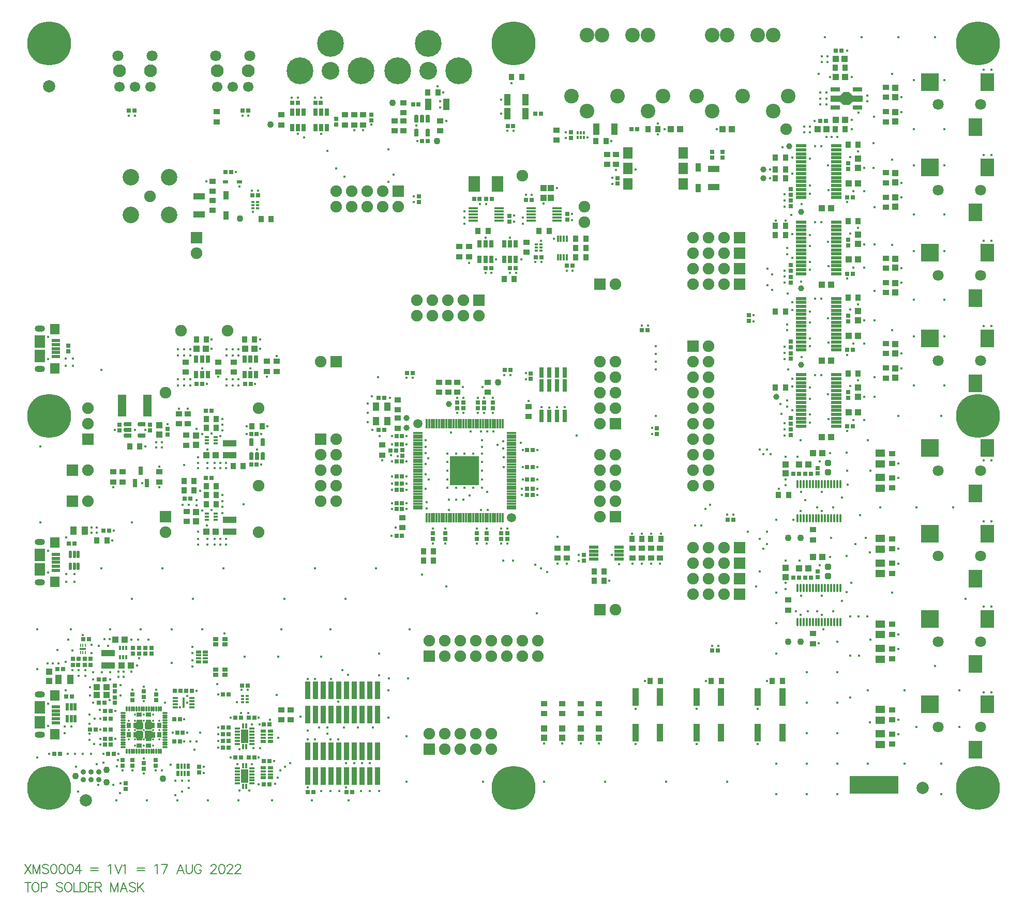
<source format=gts>
G04*
G04 #@! TF.GenerationSoftware,Altium Limited,Altium Designer,21.9.2 (33)*
G04*
G04 Layer_Color=8388736*
%FSAX43Y43*%
%MOMM*%
G71*
G04*
G04 #@! TF.SameCoordinates,8A3C4949-5F79-4682-B659-0E7BAC0626F8*
G04*
G04*
G04 #@! TF.FilePolarity,Negative*
G04*
G01*
G75*
%ADD11C,0.150*%
%ADD87C,0.010*%
%ADD88R,0.750X0.850*%
%ADD89R,0.850X0.750*%
%ADD90R,8.000X3.000*%
%ADD91R,1.900X2.500*%
%ADD92R,5.300X1.100*%
%ADD93R,1.600X0.800*%
%ADD94R,1.010X0.370*%
%ADD95R,0.270X0.620*%
%ADD96R,0.400X0.620*%
%ADD97C,1.100*%
%ADD98C,1.000*%
%ADD99R,1.100X2.900*%
%ADD100R,0.690X1.310*%
%ADD101R,0.690X1.380*%
G04:AMPARAMS|DCode=102|XSize=1.19mm|YSize=0.5mm|CornerRadius=0.15mm|HoleSize=0mm|Usage=FLASHONLY|Rotation=90.000|XOffset=0mm|YOffset=0mm|HoleType=Round|Shape=RoundedRectangle|*
%AMROUNDEDRECTD102*
21,1,1.190,0.200,0,0,90.0*
21,1,0.890,0.500,0,0,90.0*
1,1,0.300,0.100,0.445*
1,1,0.300,0.100,-0.445*
1,1,0.300,-0.100,-0.445*
1,1,0.300,-0.100,0.445*
%
%ADD102ROUNDEDRECTD102*%
%ADD103R,0.500X1.190*%
G04:AMPARAMS|DCode=104|XSize=1.27mm|YSize=0.7mm|CornerRadius=0.2mm|HoleSize=0mm|Usage=FLASHONLY|Rotation=270.000|XOffset=0mm|YOffset=0mm|HoleType=Round|Shape=RoundedRectangle|*
%AMROUNDEDRECTD104*
21,1,1.270,0.300,0,0,270.0*
21,1,0.870,0.700,0,0,270.0*
1,1,0.400,-0.150,-0.435*
1,1,0.400,-0.150,0.435*
1,1,0.400,0.150,0.435*
1,1,0.400,0.150,-0.435*
%
%ADD104ROUNDEDRECTD104*%
%ADD105R,1.660X0.510*%
%ADD106R,1.590X0.550*%
%ADD107R,1.590X0.400*%
%ADD108R,0.400X1.020*%
G04:AMPARAMS|DCode=109|XSize=1.33mm|YSize=0.38mm|CornerRadius=0.12mm|HoleSize=0mm|Usage=FLASHONLY|Rotation=90.000|XOffset=0mm|YOffset=0mm|HoleType=Round|Shape=RoundedRectangle|*
%AMROUNDEDRECTD109*
21,1,1.330,0.140,0,0,90.0*
21,1,1.090,0.380,0,0,90.0*
1,1,0.240,0.070,0.545*
1,1,0.240,0.070,-0.545*
1,1,0.240,-0.070,-0.545*
1,1,0.240,-0.070,0.545*
%
%ADD109ROUNDEDRECTD109*%
%ADD110R,0.300X1.700*%
G04:AMPARAMS|DCode=111|XSize=0.89mm|YSize=0.37mm|CornerRadius=0.12mm|HoleSize=0mm|Usage=FLASHONLY|Rotation=0.000|XOffset=0mm|YOffset=0mm|HoleType=Round|Shape=RoundedRectangle|*
%AMROUNDEDRECTD111*
21,1,0.890,0.130,0,0,0.0*
21,1,0.650,0.370,0,0,0.0*
1,1,0.240,0.325,-0.065*
1,1,0.240,-0.325,-0.065*
1,1,0.240,-0.325,0.065*
1,1,0.240,0.325,0.065*
%
%ADD111ROUNDEDRECTD111*%
%ADD112R,0.700X1.710*%
%ADD113R,0.690X2.010*%
%ADD114R,0.940X0.540*%
%ADD115R,0.890X1.350*%
%ADD116R,0.970X0.510*%
%ADD117R,0.970X0.360*%
%ADD118R,1.070X1.830*%
%ADD119R,1.020X1.480*%
%ADD120R,1.030X0.890*%
%ADD121R,0.700X0.690*%
%ADD122C,1.500*%
%ADD123R,1.630X0.310*%
%ADD124R,0.310X1.630*%
%ADD125R,4.770X4.770*%
%ADD126R,1.120X1.370*%
%ADD127R,1.010X1.010*%
%ADD128R,1.030X1.010*%
%ADD129R,0.950X0.700*%
%ADD130R,2.300X1.000*%
%ADD131R,1.070X1.100*%
%ADD132R,0.690X0.700*%
G04:AMPARAMS|DCode=133|XSize=0.76mm|YSize=0.41mm|CornerRadius=0.131mm|HoleSize=0mm|Usage=FLASHONLY|Rotation=270.000|XOffset=0mm|YOffset=0mm|HoleType=Round|Shape=RoundedRectangle|*
%AMROUNDEDRECTD133*
21,1,0.760,0.149,0,0,270.0*
21,1,0.499,0.410,0,0,270.0*
1,1,0.261,-0.074,-0.249*
1,1,0.261,-0.074,0.249*
1,1,0.261,0.074,0.249*
1,1,0.261,0.074,-0.249*
%
%ADD133ROUNDEDRECTD133*%
%ADD134O,0.890X0.310*%
%ADD135O,0.310X0.890*%
%ADD136R,1.620X1.880*%
%ADD137O,0.940X0.360*%
%ADD138O,0.360X0.940*%
%ADD139R,1.250X2.250*%
%ADD140R,1.450X3.530*%
%ADD141R,1.050X1.620*%
%ADD142C,2.000*%
%ADD143C,0.900*%
%ADD144R,0.850X2.900*%
%ADD145R,1.450X0.500*%
%ADD146R,1.500X1.700*%
%ADD147R,1.700X2.000*%
%ADD148R,2.300X2.900*%
%ADD149R,2.900X2.900*%
%ADD150R,1.570X1.260*%
G04:AMPARAMS|DCode=151|XSize=1.03mm|YSize=1.02mm|CornerRadius=0.28mm|HoleSize=0mm|Usage=FLASHONLY|Rotation=180.000|XOffset=0mm|YOffset=0mm|HoleType=Round|Shape=RoundedRectangle|*
%AMROUNDEDRECTD151*
21,1,1.030,0.460,0,0,180.0*
21,1,0.470,1.020,0,0,180.0*
1,1,0.560,-0.235,0.230*
1,1,0.560,0.235,0.230*
1,1,0.560,0.235,-0.230*
1,1,0.560,-0.235,-0.230*
%
%ADD151ROUNDEDRECTD151*%
%ADD152R,1.020X1.030*%
G04:AMPARAMS|DCode=153|XSize=0.73mm|YSize=0.71mm|CornerRadius=0.203mm|HoleSize=0mm|Usage=FLASHONLY|Rotation=270.000|XOffset=0mm|YOffset=0mm|HoleType=Round|Shape=RoundedRectangle|*
%AMROUNDEDRECTD153*
21,1,0.730,0.305,0,0,270.0*
21,1,0.325,0.710,0,0,270.0*
1,1,0.405,-0.153,-0.163*
1,1,0.405,-0.153,0.163*
1,1,0.405,0.153,0.163*
1,1,0.405,0.153,-0.163*
%
%ADD153ROUNDEDRECTD153*%
%ADD154R,0.710X0.730*%
%ADD155R,0.730X0.710*%
%ADD156R,1.030X1.020*%
%ADD157R,1.100X1.070*%
%ADD158R,0.890X1.030*%
%ADD159R,1.830X1.070*%
G04:AMPARAMS|DCode=160|XSize=1.27mm|YSize=0.7mm|CornerRadius=0.2mm|HoleSize=0mm|Usage=FLASHONLY|Rotation=0.000|XOffset=0mm|YOffset=0mm|HoleType=Round|Shape=RoundedRectangle|*
%AMROUNDEDRECTD160*
21,1,1.270,0.300,0,0,0.0*
21,1,0.870,0.700,0,0,0.0*
1,1,0.400,0.435,-0.150*
1,1,0.400,-0.435,-0.150*
1,1,0.400,-0.435,0.150*
1,1,0.400,0.435,0.150*
%
%ADD160ROUNDEDRECTD160*%
G04:AMPARAMS|DCode=161|XSize=0.76mm|YSize=0.41mm|CornerRadius=0.131mm|HoleSize=0mm|Usage=FLASHONLY|Rotation=0.000|XOffset=0mm|YOffset=0mm|HoleType=Round|Shape=RoundedRectangle|*
%AMROUNDEDRECTD161*
21,1,0.760,0.149,0,0,0.0*
21,1,0.499,0.410,0,0,0.0*
1,1,0.261,0.249,-0.074*
1,1,0.261,-0.249,-0.074*
1,1,0.261,-0.249,0.074*
1,1,0.261,0.249,0.074*
%
%ADD161ROUNDEDRECTD161*%
%ADD162R,0.620X0.400*%
%ADD163R,1.010X1.010*%
%ADD164R,0.510X0.970*%
%ADD165R,0.360X0.970*%
%ADD166C,1.900*%
%ADD167R,1.900X1.900*%
%ADD168R,1.900X1.900*%
%ADD169C,2.400*%
%ADD170C,0.100*%
%ADD171C,2.700*%
%ADD172C,1.700*%
%ADD173C,2.100*%
%ADD174C,1.800*%
G04:AMPARAMS|DCode=175|XSize=1mm|YSize=1.7mm|CornerRadius=0.5mm|HoleSize=0mm|Usage=FLASHONLY|Rotation=270.000|XOffset=0mm|YOffset=0mm|HoleType=Round|Shape=RoundedRectangle|*
%AMROUNDEDRECTD175*
21,1,1.000,0.700,0,0,270.0*
21,1,0.000,1.700,0,0,270.0*
1,1,1.000,-0.350,0.000*
1,1,1.000,-0.350,0.000*
1,1,1.000,0.350,0.000*
1,1,1.000,0.350,0.000*
%
%ADD175ROUNDEDRECTD175*%
%ADD176C,2.900*%
%ADD177C,4.400*%
%ADD178C,7.200*%
%ADD179C,0.350*%
%ADD180C,0.400*%
G36*
X0239205Y0153364D02*
X0239245Y0153299D01*
X0239299Y0153245D01*
X0239364Y0153205D01*
X0239400Y0153191D01*
Y0152309D01*
Y0152309D01*
X0239352Y0152290D01*
X0239270Y0152230D01*
X0239210Y0152148D01*
X0239179Y0152051D01*
X0239175Y0152000D01*
Y0151775D01*
X0238325D01*
Y0152000D01*
X0238319Y0152063D01*
X0238270Y0152181D01*
X0238181Y0152270D01*
X0238063Y0152319D01*
X0238000Y0152325D01*
X0237775D01*
Y0153175D01*
X0238000D01*
X0238051Y0153179D01*
X0238148Y0153210D01*
X0238230Y0153270D01*
X0238290Y0153352D01*
X0238309Y0153400D01*
X0239191D01*
X0239205Y0153364D01*
D02*
G37*
G36*
X0239175Y0155000D02*
X0239179Y0154949D01*
X0239210Y0154852D01*
X0239270Y0154770D01*
X0239352Y0154710D01*
X0239400Y0154691D01*
Y0153809D01*
Y0153809D01*
X0239364Y0153795D01*
X0239299Y0153755D01*
X0239245Y0153701D01*
X0239205Y0153636D01*
X0239191Y0153600D01*
X0238309Y0153600D01*
X0238309Y0153600D01*
X0238290Y0153648D01*
X0238230Y0153730D01*
X0238148Y0153790D01*
X0238051Y0153821D01*
X0238000Y0153825D01*
X0237775D01*
Y0154675D01*
X0238000D01*
X0238063Y0154681D01*
X0238181Y0154730D01*
X0238270Y0154819D01*
X0238319Y0154937D01*
X0238325Y0155000D01*
Y0155225D01*
X0239175D01*
Y0155000D01*
D02*
G37*
G36*
X0240710Y0153352D02*
X0240770Y0153270D01*
X0240852Y0153210D01*
X0240949Y0153179D01*
X0241000Y0153175D01*
X0241225D01*
Y0152325D01*
X0241000D01*
X0240937Y0152319D01*
X0240819Y0152270D01*
X0240730Y0152181D01*
X0240681Y0152063D01*
X0240675Y0152000D01*
Y0151775D01*
X0239825D01*
Y0152000D01*
X0239821Y0152051D01*
X0239790Y0152148D01*
X0239730Y0152230D01*
X0239648Y0152290D01*
X0239600Y0152309D01*
X0239600Y0153191D01*
X0239600D01*
X0239636Y0153205D01*
X0239701Y0153245D01*
X0239755Y0153299D01*
X0239795Y0153364D01*
X0239809Y0153400D01*
X0240691D01*
X0240710Y0153352D01*
D02*
G37*
G36*
X0240675Y0155000D02*
X0240681Y0154937D01*
X0240730Y0154819D01*
X0240819Y0154730D01*
X0240937Y0154681D01*
X0241000Y0154675D01*
X0241225D01*
Y0153825D01*
X0241000D01*
X0240949Y0153821D01*
X0240852Y0153790D01*
X0240770Y0153730D01*
X0240710Y0153648D01*
X0240691Y0153600D01*
X0239809Y0153600D01*
X0239809Y0153600D01*
X0239795Y0153636D01*
X0239755Y0153701D01*
X0239701Y0153755D01*
X0239636Y0153795D01*
X0239600Y0153809D01*
X0239600Y0154691D01*
X0239600D01*
X0239648Y0154710D01*
X0239730Y0154770D01*
X0239790Y0154852D01*
X0239821Y0154949D01*
X0239825Y0155000D01*
Y0155225D01*
X0240675D01*
Y0155000D01*
D02*
G37*
G36*
X0354905Y0258050D02*
X0354910Y0258049D01*
X0354917Y0258047D01*
X0354919Y0258046D01*
X0354928Y0258042D01*
X0354936Y0258036D01*
X0355635Y0257336D01*
X0355636Y0257336D01*
X0355638Y0257332D01*
X0355642Y0257328D01*
X0355646Y0257319D01*
X0355649Y0257310D01*
X0355649Y0257309D01*
X0355650Y0257300D01*
X0355650Y0257300D01*
Y0256700D01*
X0355650Y0256700D01*
X0355650Y0256695D01*
X0355649Y0256690D01*
X0355647Y0256683D01*
X0355646Y0256681D01*
X0355642Y0256672D01*
X0355636Y0256664D01*
X0354936Y0255964D01*
X0354936Y0255964D01*
X0354932Y0255962D01*
X0354928Y0255958D01*
X0354919Y0255954D01*
X0354910Y0255951D01*
X0354909Y0255951D01*
X0354900Y0255950D01*
X0354900Y0255950D01*
X0354100D01*
X0354100Y0255950D01*
X0354095Y0255950D01*
X0354090Y0255951D01*
X0354083Y0255953D01*
X0354081Y0255954D01*
X0354072Y0255958D01*
X0354064Y0255964D01*
X0353365Y0256664D01*
X0353364Y0256664D01*
X0353362Y0256668D01*
X0353358Y0256672D01*
X0353354Y0256681D01*
X0353351Y0256690D01*
X0353351Y0256691D01*
X0353350Y0256700D01*
X0353350Y0256700D01*
Y0257300D01*
X0353350Y0257300D01*
X0353350Y0257305D01*
X0353351Y0257310D01*
X0353353Y0257317D01*
X0353354Y0257319D01*
X0353358Y0257328D01*
X0353364Y0257336D01*
X0354064Y0258036D01*
X0354064Y0258036D01*
X0354068Y0258038D01*
X0354072Y0258042D01*
X0354081Y0258046D01*
X0354090Y0258049D01*
X0354091Y0258049D01*
X0354100Y0258050D01*
X0354100Y0258050D01*
X0354900D01*
X0354900Y0258050D01*
X0354905Y0258050D01*
D02*
G37*
D11*
X0220500Y0128500D02*
Y0127000D01*
X0220000Y0128500D02*
X0221000D01*
X0221607D02*
X0221464Y0128428D01*
X0221321Y0128285D01*
X0221250Y0128143D01*
X0221178Y0127928D01*
Y0127571D01*
X0221250Y0127357D01*
X0221321Y0127214D01*
X0221464Y0127071D01*
X0221607Y0127000D01*
X0221892D01*
X0222035Y0127071D01*
X0222178Y0127214D01*
X0222250Y0127357D01*
X0222321Y0127571D01*
Y0127928D01*
X0222250Y0128143D01*
X0222178Y0128285D01*
X0222035Y0128428D01*
X0221892Y0128500D01*
X0221607D01*
X0222671Y0127714D02*
X0223314D01*
X0223528Y0127786D01*
X0223599Y0127857D01*
X0223671Y0128000D01*
Y0128214D01*
X0223599Y0128357D01*
X0223528Y0128428D01*
X0223314Y0128500D01*
X0222671D01*
Y0127000D01*
X0226184Y0128285D02*
X0226042Y0128428D01*
X0225827Y0128500D01*
X0225542D01*
X0225327Y0128428D01*
X0225185Y0128285D01*
Y0128143D01*
X0225256Y0128000D01*
X0225327Y0127928D01*
X0225470Y0127857D01*
X0225899Y0127714D01*
X0226042Y0127643D01*
X0226113Y0127571D01*
X0226184Y0127428D01*
Y0127214D01*
X0226042Y0127071D01*
X0225827Y0127000D01*
X0225542D01*
X0225327Y0127071D01*
X0225185Y0127214D01*
X0226949Y0128500D02*
X0226806Y0128428D01*
X0226663Y0128285D01*
X0226591Y0128143D01*
X0226520Y0127928D01*
Y0127571D01*
X0226591Y0127357D01*
X0226663Y0127214D01*
X0226806Y0127071D01*
X0226949Y0127000D01*
X0227234D01*
X0227377Y0127071D01*
X0227520Y0127214D01*
X0227591Y0127357D01*
X0227663Y0127571D01*
Y0127928D01*
X0227591Y0128143D01*
X0227520Y0128285D01*
X0227377Y0128428D01*
X0227234Y0128500D01*
X0226949D01*
X0228013D02*
Y0127000D01*
X0228870D01*
X0229034Y0128500D02*
Y0127000D01*
Y0128500D02*
X0229534D01*
X0229748Y0128428D01*
X0229891Y0128285D01*
X0229962Y0128143D01*
X0230034Y0127928D01*
Y0127571D01*
X0229962Y0127357D01*
X0229891Y0127214D01*
X0229748Y0127071D01*
X0229534Y0127000D01*
X0229034D01*
X0231298Y0128500D02*
X0230369D01*
Y0127000D01*
X0231298D01*
X0230369Y0127786D02*
X0230941D01*
X0231548Y0128500D02*
Y0127000D01*
Y0128500D02*
X0232190D01*
X0232404Y0128428D01*
X0232476Y0128357D01*
X0232547Y0128214D01*
Y0128071D01*
X0232476Y0127928D01*
X0232404Y0127857D01*
X0232190Y0127786D01*
X0231548D01*
X0232047D02*
X0232547Y0127000D01*
X0234061Y0128500D02*
Y0127000D01*
Y0128500D02*
X0234633Y0127000D01*
X0235204Y0128500D02*
X0234633Y0127000D01*
X0235204Y0128500D02*
Y0127000D01*
X0236775D02*
X0236204Y0128500D01*
X0235632Y0127000D01*
X0235847Y0127500D02*
X0236561D01*
X0238125Y0128285D02*
X0237982Y0128428D01*
X0237768Y0128500D01*
X0237482D01*
X0237268Y0128428D01*
X0237125Y0128285D01*
Y0128143D01*
X0237196Y0128000D01*
X0237268Y0127928D01*
X0237411Y0127857D01*
X0237839Y0127714D01*
X0237982Y0127643D01*
X0238053Y0127571D01*
X0238125Y0127428D01*
Y0127214D01*
X0237982Y0127071D01*
X0237768Y0127000D01*
X0237482D01*
X0237268Y0127071D01*
X0237125Y0127214D01*
X0238460Y0128500D02*
Y0127000D01*
X0239460Y0128500D02*
X0238460Y0127500D01*
X0238817Y0127857D02*
X0239460Y0127000D01*
X0220000Y0131500D02*
X0221000Y0130000D01*
Y0131500D02*
X0220000Y0130000D01*
X0221335Y0131500D02*
Y0130000D01*
Y0131500D02*
X0221907Y0130000D01*
X0222478Y0131500D02*
X0221907Y0130000D01*
X0222478Y0131500D02*
Y0130000D01*
X0223906Y0131285D02*
X0223763Y0131428D01*
X0223549Y0131500D01*
X0223264D01*
X0223049Y0131428D01*
X0222907Y0131285D01*
Y0131143D01*
X0222978Y0131000D01*
X0223049Y0130928D01*
X0223192Y0130857D01*
X0223621Y0130714D01*
X0223763Y0130643D01*
X0223835Y0130571D01*
X0223906Y0130428D01*
Y0130214D01*
X0223763Y0130071D01*
X0223549Y0130000D01*
X0223264D01*
X0223049Y0130071D01*
X0222907Y0130214D01*
X0224670Y0131500D02*
X0224456Y0131428D01*
X0224313Y0131214D01*
X0224242Y0130857D01*
Y0130643D01*
X0224313Y0130286D01*
X0224456Y0130071D01*
X0224670Y0130000D01*
X0224813D01*
X0225027Y0130071D01*
X0225170Y0130286D01*
X0225242Y0130643D01*
Y0130857D01*
X0225170Y0131214D01*
X0225027Y0131428D01*
X0224813Y0131500D01*
X0224670D01*
X0226006D02*
X0225792Y0131428D01*
X0225649Y0131214D01*
X0225577Y0130857D01*
Y0130643D01*
X0225649Y0130286D01*
X0225792Y0130071D01*
X0226006Y0130000D01*
X0226149D01*
X0226363Y0130071D01*
X0226506Y0130286D01*
X0226577Y0130643D01*
Y0130857D01*
X0226506Y0131214D01*
X0226363Y0131428D01*
X0226149Y0131500D01*
X0226006D01*
X0227341D02*
X0227127Y0131428D01*
X0226984Y0131214D01*
X0226913Y0130857D01*
Y0130643D01*
X0226984Y0130286D01*
X0227127Y0130071D01*
X0227341Y0130000D01*
X0227484D01*
X0227698Y0130071D01*
X0227841Y0130286D01*
X0227913Y0130643D01*
Y0130857D01*
X0227841Y0131214D01*
X0227698Y0131428D01*
X0227484Y0131500D01*
X0227341D01*
X0228962D02*
X0228248Y0130500D01*
X0229319D01*
X0228962Y0131500D02*
Y0130000D01*
X0230762Y0130857D02*
X0232047D01*
X0230762Y0130428D02*
X0232047D01*
X0233669Y0131214D02*
X0233811Y0131285D01*
X0234026Y0131500D01*
Y0130000D01*
X0234768Y0131500D02*
X0235340Y0130000D01*
X0235911Y0131500D02*
X0235340Y0130000D01*
X0236104Y0131214D02*
X0236247Y0131285D01*
X0236461Y0131500D01*
Y0130000D01*
X0238382Y0130857D02*
X0239667D01*
X0238382Y0130428D02*
X0239667D01*
X0241288Y0131214D02*
X0241431Y0131285D01*
X0241645Y0131500D01*
Y0130000D01*
X0243388Y0131500D02*
X0242674Y0130000D01*
X0242388Y0131500D02*
X0243388D01*
X0246044Y0130000D02*
X0245473Y0131500D01*
X0244902Y0130000D01*
X0245116Y0130500D02*
X0245830D01*
X0246394Y0131500D02*
Y0130428D01*
X0246466Y0130214D01*
X0246609Y0130071D01*
X0246823Y0130000D01*
X0246966D01*
X0247180Y0130071D01*
X0247323Y0130214D01*
X0247394Y0130428D01*
Y0131500D01*
X0248880Y0131143D02*
X0248808Y0131285D01*
X0248665Y0131428D01*
X0248522Y0131500D01*
X0248237D01*
X0248094Y0131428D01*
X0247951Y0131285D01*
X0247880Y0131143D01*
X0247808Y0130928D01*
Y0130571D01*
X0247880Y0130357D01*
X0247951Y0130214D01*
X0248094Y0130071D01*
X0248237Y0130000D01*
X0248522D01*
X0248665Y0130071D01*
X0248808Y0130214D01*
X0248880Y0130357D01*
Y0130571D01*
X0248522D02*
X0248880D01*
X0250472Y0131143D02*
Y0131214D01*
X0250543Y0131357D01*
X0250615Y0131428D01*
X0250758Y0131500D01*
X0251043D01*
X0251186Y0131428D01*
X0251258Y0131357D01*
X0251329Y0131214D01*
Y0131071D01*
X0251258Y0130928D01*
X0251115Y0130714D01*
X0250401Y0130000D01*
X0251400D01*
X0252165Y0131500D02*
X0251950Y0131428D01*
X0251807Y0131214D01*
X0251736Y0130857D01*
Y0130643D01*
X0251807Y0130286D01*
X0251950Y0130071D01*
X0252165Y0130000D01*
X0252307D01*
X0252522Y0130071D01*
X0252664Y0130286D01*
X0252736Y0130643D01*
Y0130857D01*
X0252664Y0131214D01*
X0252522Y0131428D01*
X0252307Y0131500D01*
X0252165D01*
X0253143Y0131143D02*
Y0131214D01*
X0253214Y0131357D01*
X0253286Y0131428D01*
X0253429Y0131500D01*
X0253714D01*
X0253857Y0131428D01*
X0253928Y0131357D01*
X0254000Y0131214D01*
Y0131071D01*
X0253928Y0130928D01*
X0253786Y0130714D01*
X0253071Y0130000D01*
X0254071D01*
X0254478Y0131143D02*
Y0131214D01*
X0254550Y0131357D01*
X0254621Y0131428D01*
X0254764Y0131500D01*
X0255050D01*
X0255192Y0131428D01*
X0255264Y0131357D01*
X0255335Y0131214D01*
Y0131071D01*
X0255264Y0130928D01*
X0255121Y0130714D01*
X0254407Y0130000D01*
X0255407D01*
D87*
X0241000Y0152325D02*
G03*
X0240675Y0152000I0000000J-0000325D01*
G01*
X0240691Y0153400D02*
G03*
X0241000Y0153175I0000309J0000100D01*
G01*
X0239600Y0153191D02*
G03*
X0239809Y0153400I-0000100J0000309D01*
G01*
X0239825Y0152000D02*
G03*
X0239600Y0152309I-0000325J0000000D01*
G01*
X0241225Y0152325D02*
Y0153175D01*
X0241000Y0152325D02*
X0241225D01*
X0240675Y0151775D02*
Y0152000D01*
X0241000Y0153175D02*
X0241225D01*
X0239809Y0153400D02*
X0240691D01*
X0239600Y0152309D02*
Y0153191D01*
X0239825Y0151775D02*
Y0152000D01*
Y0151775D02*
X0240675D01*
D88*
X0237000Y0152750D02*
D03*
Y0154250D02*
D03*
X0242000D02*
D03*
X0242000Y0152750D02*
D03*
D89*
X0238750Y0151000D02*
D03*
Y0156000D02*
D03*
X0240250D02*
D03*
Y0151000D02*
D03*
D90*
X0359000Y0144500D02*
D03*
D91*
X0297400Y0243000D02*
D03*
X0293600D02*
D03*
D92*
X0354500Y0257000D02*
D03*
D93*
X0356350Y0255500D02*
D03*
Y0258500D02*
D03*
X0352650D02*
D03*
Y0255500D02*
D03*
D94*
X0229500Y0166800D02*
D03*
D95*
X0229100Y0167400D02*
D03*
X0229500D02*
D03*
X0229900D02*
D03*
Y0166200D02*
D03*
X0229500D02*
D03*
X0229100D02*
D03*
D96*
X0310500Y0251385D02*
D03*
X0311000D02*
D03*
X0311500D02*
D03*
Y0250615D02*
D03*
X0311000D02*
D03*
X0310500D02*
D03*
D97*
X0255200Y0237300D02*
D03*
X0347000Y0185000D02*
D03*
X0345000D02*
D03*
X0347000Y0168000D02*
D03*
X0345000D02*
D03*
X0242600Y0145500D02*
D03*
X0297500Y0210500D02*
D03*
X0287500Y0250000D02*
D03*
X0280200Y0256300D02*
D03*
X0260200Y0252700D02*
D03*
X0228260Y0146000D02*
D03*
X0233340Y0147016D02*
D03*
Y0144984D02*
D03*
D98*
X0347100Y0213400D02*
D03*
X0282500Y0203000D02*
D03*
Y0204600D02*
D03*
X0340900Y0245400D02*
D03*
Y0243900D02*
D03*
X0343000Y0208100D02*
D03*
X0289400Y0206900D02*
D03*
X0345100Y0249200D02*
D03*
X0347100Y0225900D02*
D03*
Y0238400D02*
D03*
D99*
X0344000Y0158900D02*
D03*
Y0153100D02*
D03*
X0340000Y0158900D02*
D03*
Y0153100D02*
D03*
X0324000Y0158900D02*
D03*
Y0153100D02*
D03*
X0320000Y0158900D02*
D03*
Y0153100D02*
D03*
X0334000Y0158900D02*
D03*
Y0153100D02*
D03*
X0330000Y0158900D02*
D03*
Y0153100D02*
D03*
D100*
X0248050Y0214255D02*
D03*
X0249000D02*
D03*
X0249950D02*
D03*
Y0211745D02*
D03*
X0249000D02*
D03*
X0248050D02*
D03*
X0296350Y0230645D02*
D03*
X0295400D02*
D03*
X0294450D02*
D03*
Y0233155D02*
D03*
X0295400D02*
D03*
X0296350D02*
D03*
X0267550Y0254755D02*
D03*
X0268500D02*
D03*
X0269450D02*
D03*
Y0252245D02*
D03*
X0268500D02*
D03*
X0267550D02*
D03*
X0263750Y0254755D02*
D03*
X0264700D02*
D03*
X0265650D02*
D03*
Y0252245D02*
D03*
X0264700D02*
D03*
X0263750D02*
D03*
X0300350Y0233155D02*
D03*
X0299400D02*
D03*
X0298450D02*
D03*
Y0230645D02*
D03*
X0299400D02*
D03*
X0300350D02*
D03*
X0255950Y0214255D02*
D03*
X0256900D02*
D03*
X0257850D02*
D03*
Y0211745D02*
D03*
X0256900D02*
D03*
X0255950D02*
D03*
D101*
X0239000Y0196015D02*
D03*
X0238050Y0193985D02*
D03*
X0239950D02*
D03*
D102*
X0227450Y0182290D02*
D03*
X0228100D02*
D03*
X0228750D02*
D03*
Y0180360D02*
D03*
X0227450D02*
D03*
X0228100D02*
D03*
D103*
X0226950Y0155360D02*
D03*
X0227600D02*
D03*
X0228250D02*
D03*
Y0157290D02*
D03*
X0227600D02*
D03*
X0226950D02*
D03*
D104*
X0284050Y0253620D02*
D03*
X0285950Y0251380D02*
D03*
X0284050D02*
D03*
X0285000Y0253620D02*
D03*
X0285950D02*
D03*
X0257050Y0198380D02*
D03*
X0258950D02*
D03*
Y0200620D02*
D03*
X0258000Y0198380D02*
D03*
X0257050Y0200620D02*
D03*
D105*
X0352880Y0203275D02*
D03*
Y0203925D02*
D03*
Y0204575D02*
D03*
Y0205225D02*
D03*
Y0205875D02*
D03*
Y0206525D02*
D03*
Y0207175D02*
D03*
Y0207825D02*
D03*
Y0208475D02*
D03*
Y0209125D02*
D03*
Y0209775D02*
D03*
Y0210425D02*
D03*
Y0211075D02*
D03*
Y0211725D02*
D03*
X0347120D02*
D03*
Y0211075D02*
D03*
Y0210425D02*
D03*
Y0209775D02*
D03*
Y0209125D02*
D03*
Y0208475D02*
D03*
Y0207825D02*
D03*
Y0207175D02*
D03*
Y0206525D02*
D03*
Y0205875D02*
D03*
Y0205225D02*
D03*
Y0204575D02*
D03*
Y0203925D02*
D03*
Y0203275D02*
D03*
X0352880Y0240775D02*
D03*
Y0241425D02*
D03*
Y0242075D02*
D03*
Y0242725D02*
D03*
Y0243375D02*
D03*
Y0244025D02*
D03*
Y0244675D02*
D03*
Y0245325D02*
D03*
Y0245975D02*
D03*
Y0246625D02*
D03*
Y0247275D02*
D03*
Y0247925D02*
D03*
Y0248575D02*
D03*
Y0249225D02*
D03*
X0347120D02*
D03*
Y0248575D02*
D03*
Y0247925D02*
D03*
Y0247275D02*
D03*
Y0246625D02*
D03*
Y0245975D02*
D03*
Y0245325D02*
D03*
Y0244675D02*
D03*
Y0244025D02*
D03*
Y0243375D02*
D03*
Y0242725D02*
D03*
Y0242075D02*
D03*
Y0241425D02*
D03*
Y0240775D02*
D03*
X0352880Y0215775D02*
D03*
Y0216425D02*
D03*
Y0217075D02*
D03*
Y0217725D02*
D03*
Y0218375D02*
D03*
Y0219025D02*
D03*
Y0219675D02*
D03*
Y0220325D02*
D03*
Y0220975D02*
D03*
Y0221625D02*
D03*
Y0222275D02*
D03*
Y0222925D02*
D03*
Y0223575D02*
D03*
Y0224225D02*
D03*
X0347120D02*
D03*
Y0223575D02*
D03*
Y0222925D02*
D03*
Y0222275D02*
D03*
Y0221625D02*
D03*
Y0220975D02*
D03*
Y0220325D02*
D03*
Y0219675D02*
D03*
Y0219025D02*
D03*
Y0218375D02*
D03*
Y0217725D02*
D03*
Y0217075D02*
D03*
Y0216425D02*
D03*
Y0215775D02*
D03*
X0352880Y0228275D02*
D03*
Y0228925D02*
D03*
Y0229575D02*
D03*
Y0230225D02*
D03*
Y0230875D02*
D03*
Y0231525D02*
D03*
Y0232175D02*
D03*
Y0232825D02*
D03*
Y0233475D02*
D03*
Y0234125D02*
D03*
Y0234775D02*
D03*
Y0235425D02*
D03*
Y0236075D02*
D03*
Y0236725D02*
D03*
X0347120D02*
D03*
Y0236075D02*
D03*
Y0235425D02*
D03*
Y0234775D02*
D03*
Y0234125D02*
D03*
Y0233475D02*
D03*
Y0232825D02*
D03*
Y0232175D02*
D03*
Y0231525D02*
D03*
Y0230875D02*
D03*
Y0230225D02*
D03*
Y0229575D02*
D03*
Y0228925D02*
D03*
Y0228275D02*
D03*
D106*
X0317305Y0183475D02*
D03*
Y0182825D02*
D03*
Y0182175D02*
D03*
Y0181525D02*
D03*
X0313095D02*
D03*
Y0182175D02*
D03*
Y0182825D02*
D03*
Y0183475D02*
D03*
D107*
X0302895Y0237000D02*
D03*
Y0237500D02*
D03*
X0307105Y0238000D02*
D03*
X0302895Y0239000D02*
D03*
X0307105Y0237500D02*
D03*
X0302895Y0238500D02*
D03*
Y0238000D02*
D03*
X0307105Y0237000D02*
D03*
Y0238500D02*
D03*
Y0239000D02*
D03*
X0293395Y0237000D02*
D03*
Y0237500D02*
D03*
X0297605D02*
D03*
X0293395Y0238000D02*
D03*
X0297605Y0237000D02*
D03*
Y0238000D02*
D03*
Y0238500D02*
D03*
Y0239000D02*
D03*
X0293395D02*
D03*
Y0238500D02*
D03*
D108*
X0307250Y0233990D02*
D03*
X0308750Y0231010D02*
D03*
X0308250D02*
D03*
X0307750D02*
D03*
X0307250D02*
D03*
X0307750Y0233990D02*
D03*
X0308250D02*
D03*
X0308750D02*
D03*
D109*
X0353500Y0176820D02*
D03*
X0353000D02*
D03*
X0352500D02*
D03*
X0352000D02*
D03*
X0351500D02*
D03*
X0351000D02*
D03*
X0349500D02*
D03*
X0349000D02*
D03*
X0348500D02*
D03*
X0346500D02*
D03*
X0347500Y0171180D02*
D03*
X0348000D02*
D03*
X0348500D02*
D03*
X0349000D02*
D03*
X0349500D02*
D03*
X0352000D02*
D03*
X0352500D02*
D03*
X0353000D02*
D03*
X0353500D02*
D03*
X0351000D02*
D03*
X0347000Y0176820D02*
D03*
X0347500D02*
D03*
X0350000D02*
D03*
X0351500Y0171180D02*
D03*
X0348000Y0176820D02*
D03*
X0350500D02*
D03*
X0347000Y0171180D02*
D03*
X0350500D02*
D03*
X0350000D02*
D03*
X0346500D02*
D03*
Y0188180D02*
D03*
X0350000D02*
D03*
X0350500D02*
D03*
X0347000D02*
D03*
X0350500Y0193820D02*
D03*
X0348000D02*
D03*
X0351000Y0188180D02*
D03*
X0351500D02*
D03*
X0350000Y0193820D02*
D03*
X0347500D02*
D03*
X0347000D02*
D03*
X0353500Y0188180D02*
D03*
X0353000D02*
D03*
X0352500D02*
D03*
X0352000D02*
D03*
X0349500D02*
D03*
X0349000D02*
D03*
X0348500D02*
D03*
X0348000D02*
D03*
X0347500D02*
D03*
X0346500Y0193820D02*
D03*
X0348500D02*
D03*
X0349000D02*
D03*
X0349500D02*
D03*
X0351000D02*
D03*
X0351500D02*
D03*
X0352000D02*
D03*
X0352500D02*
D03*
X0353000D02*
D03*
X0353500D02*
D03*
D110*
X0246000Y0158000D02*
D03*
D111*
X0247370Y0158750D02*
D03*
Y0158250D02*
D03*
Y0157750D02*
D03*
Y0157250D02*
D03*
X0244630D02*
D03*
Y0157750D02*
D03*
Y0158250D02*
D03*
Y0158750D02*
D03*
D112*
X0304595Y0204895D02*
D03*
X0305865D02*
D03*
X0307135D02*
D03*
X0308405D02*
D03*
Y0212105D02*
D03*
X0307135D02*
D03*
X0305865D02*
D03*
X0304595D02*
D03*
D113*
Y0210005D02*
D03*
X0305865D02*
D03*
X0307135D02*
D03*
X0308405D02*
D03*
X0307135Y0204995D02*
D03*
X0305865D02*
D03*
X0304595D02*
D03*
X0308405D02*
D03*
D114*
X0252860Y0243300D02*
D03*
X0255140D02*
D03*
D115*
X0330250Y0242340D02*
D03*
Y0245660D02*
D03*
X0252900Y0237840D02*
D03*
Y0241160D02*
D03*
D116*
X0249580Y0166325D02*
D03*
Y0164675D02*
D03*
X0248420D02*
D03*
Y0166325D02*
D03*
X0260180Y0147325D02*
D03*
Y0145675D02*
D03*
X0259020D02*
D03*
Y0147325D02*
D03*
X0260180Y0153325D02*
D03*
Y0151675D02*
D03*
X0259020D02*
D03*
Y0153325D02*
D03*
D117*
X0249580Y0165750D02*
D03*
Y0165250D02*
D03*
X0248420D02*
D03*
Y0165750D02*
D03*
X0260180Y0146750D02*
D03*
Y0146250D02*
D03*
X0259020D02*
D03*
Y0146750D02*
D03*
X0260180Y0152750D02*
D03*
Y0152250D02*
D03*
X0259020D02*
D03*
Y0152750D02*
D03*
D118*
X0288980Y0256000D02*
D03*
X0286020D02*
D03*
X0299020Y0256800D02*
D03*
X0301980D02*
D03*
X0299020Y0254500D02*
D03*
X0301980D02*
D03*
X0316480Y0252000D02*
D03*
X0313520D02*
D03*
D119*
X0227945Y0186200D02*
D03*
X0229855D02*
D03*
D120*
X0251700Y0212180D02*
D03*
Y0213820D02*
D03*
X0281000Y0202980D02*
D03*
Y0204620D02*
D03*
Y0207620D02*
D03*
Y0205980D02*
D03*
X0305000Y0156180D02*
D03*
Y0157820D02*
D03*
X0308000Y0156180D02*
D03*
Y0157820D02*
D03*
X0311000Y0156180D02*
D03*
Y0157820D02*
D03*
X0314000Y0156180D02*
D03*
Y0157820D02*
D03*
X0302500Y0204880D02*
D03*
Y0206520D02*
D03*
X0308700Y0181680D02*
D03*
Y0183320D02*
D03*
X0307200Y0181680D02*
D03*
Y0183320D02*
D03*
X0281800Y0186680D02*
D03*
Y0188320D02*
D03*
X0242000Y0194180D02*
D03*
Y0195820D02*
D03*
X0236000D02*
D03*
Y0194180D02*
D03*
X0234500Y0195820D02*
D03*
Y0194180D02*
D03*
X0361000Y0253180D02*
D03*
Y0254820D02*
D03*
Y0225180D02*
D03*
Y0226820D02*
D03*
Y0258820D02*
D03*
Y0257180D02*
D03*
Y0230820D02*
D03*
Y0229180D02*
D03*
Y0239180D02*
D03*
Y0240820D02*
D03*
Y0211180D02*
D03*
Y0212820D02*
D03*
Y0244820D02*
D03*
Y0243180D02*
D03*
Y0216820D02*
D03*
Y0215180D02*
D03*
X0261200Y0212280D02*
D03*
Y0213920D02*
D03*
X0254200Y0213820D02*
D03*
Y0212180D02*
D03*
X0246700Y0203680D02*
D03*
Y0205320D02*
D03*
X0246500Y0189320D02*
D03*
Y0187680D02*
D03*
X0362000Y0194820D02*
D03*
Y0193180D02*
D03*
Y0197180D02*
D03*
Y0198820D02*
D03*
X0349000Y0186320D02*
D03*
Y0184680D02*
D03*
X0362000Y0183180D02*
D03*
Y0184820D02*
D03*
Y0180820D02*
D03*
Y0179180D02*
D03*
Y0165180D02*
D03*
Y0166820D02*
D03*
Y0170820D02*
D03*
Y0169180D02*
D03*
X0349000Y0167680D02*
D03*
Y0169320D02*
D03*
X0362000Y0156820D02*
D03*
Y0155180D02*
D03*
Y0151180D02*
D03*
Y0152820D02*
D03*
X0345000Y0174820D02*
D03*
Y0173180D02*
D03*
X0250700Y0240320D02*
D03*
Y0238680D02*
D03*
X0302100Y0233420D02*
D03*
Y0231780D02*
D03*
X0316800Y0246180D02*
D03*
Y0247820D02*
D03*
X0307000Y0250180D02*
D03*
Y0251820D02*
D03*
X0282000Y0251680D02*
D03*
Y0253320D02*
D03*
X0288000D02*
D03*
Y0251680D02*
D03*
X0272400Y0254320D02*
D03*
Y0252680D02*
D03*
X0282000Y0254680D02*
D03*
Y0256320D02*
D03*
X0280500Y0253320D02*
D03*
Y0251680D02*
D03*
X0275400Y0252680D02*
D03*
Y0254320D02*
D03*
X0273900Y0252680D02*
D03*
Y0254320D02*
D03*
X0262000D02*
D03*
Y0252680D02*
D03*
X0251400Y0254820D02*
D03*
Y0253180D02*
D03*
X0287800Y0208880D02*
D03*
Y0210520D02*
D03*
X0295800D02*
D03*
Y0208880D02*
D03*
X0315300Y0247820D02*
D03*
Y0246180D02*
D03*
X0290800Y0208880D02*
D03*
Y0210520D02*
D03*
X0289300Y0208880D02*
D03*
Y0210520D02*
D03*
X0278500Y0198580D02*
D03*
Y0200220D02*
D03*
X0263500Y0156820D02*
D03*
Y0155180D02*
D03*
X0262000D02*
D03*
Y0156820D02*
D03*
X0322500Y0181680D02*
D03*
Y0183320D02*
D03*
X0324000Y0181680D02*
D03*
Y0183320D02*
D03*
X0319500Y0181680D02*
D03*
Y0183320D02*
D03*
X0321000Y0181680D02*
D03*
Y0183320D02*
D03*
X0292700Y0231080D02*
D03*
Y0232720D02*
D03*
X0291100Y0231080D02*
D03*
Y0232720D02*
D03*
X0245200Y0205320D02*
D03*
Y0203680D02*
D03*
X0250700Y0243420D02*
D03*
Y0241780D02*
D03*
X0246400Y0200180D02*
D03*
Y0201820D02*
D03*
X0259600Y0212280D02*
D03*
Y0213920D02*
D03*
X0246300Y0212180D02*
D03*
Y0213820D02*
D03*
D121*
X0240700Y0166955D02*
D03*
Y0166045D02*
D03*
X0332500Y0248255D02*
D03*
Y0247345D02*
D03*
X0334200D02*
D03*
Y0248255D02*
D03*
X0234700Y0157945D02*
D03*
Y0158855D02*
D03*
Y0160755D02*
D03*
Y0159845D02*
D03*
X0248500Y0147455D02*
D03*
Y0146545D02*
D03*
X0238700Y0166045D02*
D03*
Y0166955D02*
D03*
X0237700D02*
D03*
Y0166045D02*
D03*
D122*
X0299680Y0188320D02*
D03*
X0284320Y0203680D02*
D03*
D123*
X0299680Y0202200D02*
D03*
Y0201800D02*
D03*
Y0201400D02*
D03*
Y0201000D02*
D03*
Y0200600D02*
D03*
Y0200200D02*
D03*
Y0199800D02*
D03*
Y0199400D02*
D03*
Y0199000D02*
D03*
Y0198600D02*
D03*
Y0198200D02*
D03*
Y0197800D02*
D03*
Y0197400D02*
D03*
Y0197000D02*
D03*
Y0196600D02*
D03*
Y0196200D02*
D03*
Y0195800D02*
D03*
Y0195400D02*
D03*
Y0195000D02*
D03*
Y0194600D02*
D03*
Y0194200D02*
D03*
Y0193800D02*
D03*
Y0193400D02*
D03*
Y0193000D02*
D03*
Y0192600D02*
D03*
Y0192200D02*
D03*
Y0191400D02*
D03*
Y0191000D02*
D03*
Y0190600D02*
D03*
Y0190200D02*
D03*
Y0189800D02*
D03*
X0284320D02*
D03*
Y0190200D02*
D03*
Y0191000D02*
D03*
Y0191400D02*
D03*
Y0191800D02*
D03*
Y0192200D02*
D03*
Y0192600D02*
D03*
Y0193400D02*
D03*
Y0193800D02*
D03*
Y0194200D02*
D03*
Y0194600D02*
D03*
Y0195000D02*
D03*
Y0195400D02*
D03*
Y0195800D02*
D03*
Y0196200D02*
D03*
Y0196600D02*
D03*
Y0197000D02*
D03*
Y0197400D02*
D03*
Y0197800D02*
D03*
Y0198200D02*
D03*
Y0199000D02*
D03*
Y0199400D02*
D03*
Y0199800D02*
D03*
Y0200200D02*
D03*
Y0200600D02*
D03*
Y0201000D02*
D03*
Y0201800D02*
D03*
Y0202200D02*
D03*
Y0198600D02*
D03*
Y0190600D02*
D03*
Y0193000D02*
D03*
Y0201400D02*
D03*
X0299680Y0191800D02*
D03*
D124*
X0298200Y0188320D02*
D03*
X0297800D02*
D03*
X0296600D02*
D03*
X0296200D02*
D03*
X0295800D02*
D03*
X0295400D02*
D03*
X0295000D02*
D03*
X0294600D02*
D03*
X0294200D02*
D03*
X0293800D02*
D03*
X0293400D02*
D03*
X0293000D02*
D03*
X0292600D02*
D03*
X0292200D02*
D03*
X0291800D02*
D03*
X0291400D02*
D03*
X0291000D02*
D03*
X0290600D02*
D03*
X0290200D02*
D03*
X0289800D02*
D03*
X0289400D02*
D03*
X0289000D02*
D03*
X0288600D02*
D03*
X0288200D02*
D03*
X0287800D02*
D03*
X0287400D02*
D03*
X0287000D02*
D03*
X0286600D02*
D03*
X0286200D02*
D03*
X0285800D02*
D03*
Y0203680D02*
D03*
X0286200D02*
D03*
X0287000D02*
D03*
X0287400D02*
D03*
X0288200D02*
D03*
X0288600D02*
D03*
X0289400D02*
D03*
X0290200D02*
D03*
X0291000D02*
D03*
X0291400D02*
D03*
X0291800D02*
D03*
X0292200D02*
D03*
X0292600D02*
D03*
X0293000D02*
D03*
X0293400D02*
D03*
X0293800D02*
D03*
X0294200D02*
D03*
X0294600D02*
D03*
X0295000D02*
D03*
X0295400D02*
D03*
X0295800D02*
D03*
X0296200D02*
D03*
X0296600D02*
D03*
X0297000D02*
D03*
X0297400D02*
D03*
X0297800D02*
D03*
X0298200D02*
D03*
X0286600D02*
D03*
X0287800D02*
D03*
X0289000D02*
D03*
X0289800D02*
D03*
X0297000Y0188320D02*
D03*
X0297400D02*
D03*
X0290600Y0203680D02*
D03*
D125*
X0292000Y0196000D02*
D03*
D126*
X0279345Y0204130D02*
D03*
Y0206470D02*
D03*
X0277455D02*
D03*
Y0204130D02*
D03*
D127*
X0231795Y0160505D02*
D03*
X0233405D02*
D03*
Y0159295D02*
D03*
X0231795D02*
D03*
D128*
X0314000Y0153760D02*
D03*
Y0152240D02*
D03*
X0305000Y0153760D02*
D03*
Y0152240D02*
D03*
X0308000Y0153760D02*
D03*
Y0152240D02*
D03*
X0311000Y0153760D02*
D03*
Y0152240D02*
D03*
D129*
X0252725Y0163425D02*
D03*
X0251275D02*
D03*
X0252725Y0162575D02*
D03*
X0251275D02*
D03*
X0252725Y0168425D02*
D03*
X0251275D02*
D03*
X0252725Y0167575D02*
D03*
X0251275D02*
D03*
D130*
X0233600Y0166100D02*
D03*
Y0164100D02*
D03*
X0253500Y0198500D02*
D03*
Y0200500D02*
D03*
Y0186000D02*
D03*
Y0188000D02*
D03*
D131*
X0224000Y0163035D02*
D03*
Y0161565D02*
D03*
X0242000Y0201965D02*
D03*
Y0203435D02*
D03*
D132*
X0231555Y0153600D02*
D03*
X0230645D02*
D03*
X0280755Y0199300D02*
D03*
X0279845D02*
D03*
X0304455Y0254500D02*
D03*
X0303545D02*
D03*
X0320255Y0252000D02*
D03*
X0319345D02*
D03*
X0253355Y0159300D02*
D03*
X0252445D02*
D03*
X0228755Y0164200D02*
D03*
X0227845D02*
D03*
X0252445Y0152800D02*
D03*
X0253355D02*
D03*
Y0151700D02*
D03*
X0252445D02*
D03*
X0260055Y0154400D02*
D03*
X0259145D02*
D03*
X0253355Y0150600D02*
D03*
X0252445D02*
D03*
X0225755Y0149600D02*
D03*
X0224845D02*
D03*
X0259145Y0148400D02*
D03*
X0260055D02*
D03*
X0245455Y0159900D02*
D03*
X0244545D02*
D03*
X0259145Y0144600D02*
D03*
X0260055D02*
D03*
X0253355Y0153900D02*
D03*
X0252445D02*
D03*
X0229845Y0164200D02*
D03*
X0230755D02*
D03*
D133*
X0236600Y0166935D02*
D03*
X0236100D02*
D03*
X0235600D02*
D03*
Y0165465D02*
D03*
X0236100D02*
D03*
X0236600D02*
D03*
D134*
X0242955Y0156300D02*
D03*
Y0155900D02*
D03*
Y0155500D02*
D03*
Y0155100D02*
D03*
Y0154700D02*
D03*
Y0154300D02*
D03*
Y0153900D02*
D03*
Y0153500D02*
D03*
Y0153100D02*
D03*
Y0152700D02*
D03*
Y0152300D02*
D03*
Y0151900D02*
D03*
Y0151500D02*
D03*
Y0151100D02*
D03*
Y0150700D02*
D03*
X0236045D02*
D03*
Y0151100D02*
D03*
Y0151500D02*
D03*
Y0151900D02*
D03*
Y0152300D02*
D03*
Y0152700D02*
D03*
Y0153100D02*
D03*
Y0153500D02*
D03*
Y0153900D02*
D03*
Y0154300D02*
D03*
Y0154700D02*
D03*
Y0155100D02*
D03*
Y0155500D02*
D03*
Y0155900D02*
D03*
Y0156300D02*
D03*
D135*
X0242300Y0150045D02*
D03*
X0241900D02*
D03*
X0241500D02*
D03*
X0241100D02*
D03*
X0240700D02*
D03*
X0240300D02*
D03*
X0239900D02*
D03*
X0239500D02*
D03*
X0239100D02*
D03*
X0238700D02*
D03*
X0238300D02*
D03*
X0237900D02*
D03*
X0237500D02*
D03*
X0237100D02*
D03*
X0236700D02*
D03*
Y0156955D02*
D03*
X0237100D02*
D03*
X0237500D02*
D03*
X0237900D02*
D03*
X0238300D02*
D03*
X0238700D02*
D03*
X0239100D02*
D03*
X0239500D02*
D03*
X0239900D02*
D03*
X0240300D02*
D03*
X0240700D02*
D03*
X0241100D02*
D03*
X0241500D02*
D03*
X0241900D02*
D03*
X0242300D02*
D03*
D136*
X0318750Y0245500D02*
D03*
Y0242960D02*
D03*
X0327750Y0248040D02*
D03*
Y0245500D02*
D03*
Y0242960D02*
D03*
X0318750Y0248040D02*
D03*
D137*
X0257195Y0144750D02*
D03*
Y0147250D02*
D03*
Y0146750D02*
D03*
Y0146250D02*
D03*
Y0145750D02*
D03*
Y0145250D02*
D03*
X0254805Y0144750D02*
D03*
Y0145250D02*
D03*
Y0145750D02*
D03*
Y0146250D02*
D03*
Y0146750D02*
D03*
Y0147250D02*
D03*
X0257195Y0151250D02*
D03*
Y0153750D02*
D03*
Y0153250D02*
D03*
Y0152750D02*
D03*
Y0152250D02*
D03*
Y0151750D02*
D03*
X0254805Y0151250D02*
D03*
Y0151750D02*
D03*
Y0152250D02*
D03*
Y0152750D02*
D03*
Y0153250D02*
D03*
Y0153750D02*
D03*
D138*
X0256250Y0144305D02*
D03*
X0255750Y0147695D02*
D03*
X0256250D02*
D03*
X0255750Y0144305D02*
D03*
X0256250Y0150805D02*
D03*
X0255750Y0154195D02*
D03*
X0256250D02*
D03*
X0255750Y0150805D02*
D03*
D139*
X0256000Y0146000D02*
D03*
Y0152500D02*
D03*
D140*
X0235900Y0206700D02*
D03*
X0240100D02*
D03*
D141*
X0225515Y0161800D02*
D03*
X0227485D02*
D03*
D142*
X0230000Y0142000D02*
D03*
X0224000Y0259000D02*
D03*
X0367000Y0144000D02*
D03*
D143*
X0232070Y0146635D02*
D03*
X0230800D02*
D03*
X0229530D02*
D03*
X0232070Y0145365D02*
D03*
X0230800D02*
D03*
X0229530D02*
D03*
D144*
X0277715Y0160000D02*
D03*
X0276445D02*
D03*
X0275175D02*
D03*
X0273905D02*
D03*
X0272635D02*
D03*
X0277715Y0156000D02*
D03*
X0276445D02*
D03*
X0275175D02*
D03*
X0273905D02*
D03*
X0272635D02*
D03*
X0266285D02*
D03*
X0267555D02*
D03*
X0268825D02*
D03*
X0270095D02*
D03*
X0271365D02*
D03*
X0266285Y0160000D02*
D03*
X0267555D02*
D03*
X0268825D02*
D03*
X0270095D02*
D03*
X0271365D02*
D03*
Y0150000D02*
D03*
X0270095D02*
D03*
X0268825D02*
D03*
X0267555D02*
D03*
X0266285D02*
D03*
X0271365Y0146000D02*
D03*
X0270095D02*
D03*
X0268825D02*
D03*
X0267555D02*
D03*
X0266285D02*
D03*
X0272635D02*
D03*
X0273905D02*
D03*
X0275175D02*
D03*
X0276445D02*
D03*
X0277715D02*
D03*
X0272635Y0150000D02*
D03*
X0273905D02*
D03*
X0275175D02*
D03*
X0276445D02*
D03*
X0277715D02*
D03*
D145*
X0225100Y0156000D02*
D03*
Y0156650D02*
D03*
Y0157300D02*
D03*
Y0155350D02*
D03*
Y0154700D02*
D03*
X0225100Y0179700D02*
D03*
Y0180350D02*
D03*
Y0181000D02*
D03*
Y0181650D02*
D03*
Y0182300D02*
D03*
Y0214700D02*
D03*
Y0215350D02*
D03*
Y0216000D02*
D03*
Y0216650D02*
D03*
Y0217300D02*
D03*
D146*
X0224875Y0159200D02*
D03*
X0224875Y0152800D02*
D03*
X0224875Y0177800D02*
D03*
X0224875Y0184200D02*
D03*
X0224875Y0212800D02*
D03*
X0224875Y0219200D02*
D03*
D147*
X0222425Y0157200D02*
D03*
Y0154800D02*
D03*
X0222425Y0179800D02*
D03*
Y0182200D02*
D03*
Y0214800D02*
D03*
Y0217200D02*
D03*
D148*
X0377600Y0157700D02*
D03*
X0375600Y0150300D02*
D03*
X0377600Y0259700D02*
D03*
X0375600Y0252300D02*
D03*
X0377600Y0231700D02*
D03*
X0375600Y0224300D02*
D03*
X0377600Y0245700D02*
D03*
X0375600Y0238300D02*
D03*
X0377600Y0217700D02*
D03*
X0375600Y0210300D02*
D03*
X0377600Y0199700D02*
D03*
X0375600Y0192300D02*
D03*
X0377600Y0185700D02*
D03*
X0375600Y0178300D02*
D03*
X0377600Y0171700D02*
D03*
X0375600Y0164300D02*
D03*
D149*
X0368200Y0157700D02*
D03*
Y0259700D02*
D03*
Y0231700D02*
D03*
Y0245700D02*
D03*
Y0217700D02*
D03*
Y0199700D02*
D03*
Y0185700D02*
D03*
Y0171700D02*
D03*
D150*
X0360000Y0151125D02*
D03*
Y0152875D02*
D03*
Y0193125D02*
D03*
Y0194875D02*
D03*
Y0198875D02*
D03*
Y0197125D02*
D03*
Y0184875D02*
D03*
Y0183125D02*
D03*
Y0179125D02*
D03*
Y0180875D02*
D03*
Y0165125D02*
D03*
Y0166875D02*
D03*
Y0170875D02*
D03*
Y0169125D02*
D03*
Y0156875D02*
D03*
Y0155125D02*
D03*
D151*
X0351500Y0178745D02*
D03*
Y0180255D02*
D03*
Y0197255D02*
D03*
Y0195745D02*
D03*
D152*
X0248145Y0216000D02*
D03*
X0249655D02*
D03*
X0352745Y0260500D02*
D03*
X0354255D02*
D03*
X0352745Y0253500D02*
D03*
X0354255D02*
D03*
X0251255Y0198500D02*
D03*
X0249745D02*
D03*
X0257555Y0216000D02*
D03*
X0256045D02*
D03*
X0251255Y0186000D02*
D03*
X0249745D02*
D03*
X0350555Y0198900D02*
D03*
X0349045D02*
D03*
X0346745Y0197000D02*
D03*
X0348255D02*
D03*
X0349045Y0181900D02*
D03*
X0350555D02*
D03*
X0348255Y0180000D02*
D03*
X0346745D02*
D03*
X0334245Y0252000D02*
D03*
X0335755D02*
D03*
X0325745D02*
D03*
X0327255D02*
D03*
X0235845Y0164100D02*
D03*
X0237355D02*
D03*
X0234845Y0168300D02*
D03*
X0236355D02*
D03*
X0350445Y0239000D02*
D03*
X0351955D02*
D03*
X0350445Y0214000D02*
D03*
X0351955D02*
D03*
X0356355Y0243100D02*
D03*
X0354845D02*
D03*
X0356355Y0218100D02*
D03*
X0354845D02*
D03*
X0350445Y0226500D02*
D03*
X0351955D02*
D03*
X0350445Y0201500D02*
D03*
X0351955D02*
D03*
X0356355Y0230600D02*
D03*
X0354845D02*
D03*
X0356355Y0205600D02*
D03*
X0354845D02*
D03*
D153*
X0348660Y0178500D02*
D03*
X0347740D02*
D03*
Y0195500D02*
D03*
X0348660D02*
D03*
D154*
X0281760Y0185300D02*
D03*
X0280840D02*
D03*
Y0189700D02*
D03*
X0281760D02*
D03*
Y0190700D02*
D03*
X0280840D02*
D03*
X0302240Y0192000D02*
D03*
X0303160D02*
D03*
X0302240Y0196600D02*
D03*
X0303160D02*
D03*
X0280840Y0200300D02*
D03*
X0281760D02*
D03*
Y0197500D02*
D03*
X0280840D02*
D03*
X0281760Y0195100D02*
D03*
X0280840D02*
D03*
X0281760Y0193900D02*
D03*
X0280840D02*
D03*
X0302240Y0194600D02*
D03*
X0303160D02*
D03*
X0302240Y0199400D02*
D03*
X0303160D02*
D03*
X0280840Y0201700D02*
D03*
X0281760D02*
D03*
X0280840Y0192900D02*
D03*
X0281760D02*
D03*
X0278860Y0202700D02*
D03*
X0277940D02*
D03*
Y0207900D02*
D03*
X0278860D02*
D03*
X0228095Y0184057D02*
D03*
X0227175D02*
D03*
X0232840Y0186200D02*
D03*
X0233760D02*
D03*
X0352740Y0264800D02*
D03*
X0353660D02*
D03*
X0351160Y0253300D02*
D03*
X0350240D02*
D03*
X0250560Y0205800D02*
D03*
X0249640D02*
D03*
X0256960Y0210200D02*
D03*
X0256040D02*
D03*
X0246140Y0191400D02*
D03*
X0247060D02*
D03*
X0250560Y0194800D02*
D03*
X0249640D02*
D03*
X0257040Y0197000D02*
D03*
X0257960D02*
D03*
Y0202000D02*
D03*
X0257040D02*
D03*
X0345840Y0195500D02*
D03*
X0346760D02*
D03*
X0345840Y0178500D02*
D03*
X0346760D02*
D03*
X0258160Y0241100D02*
D03*
X0257240D02*
D03*
X0304560Y0231000D02*
D03*
X0303640D02*
D03*
X0309660Y0229600D02*
D03*
X0308740D02*
D03*
X0300360Y0229200D02*
D03*
X0299440D02*
D03*
X0294460Y0240500D02*
D03*
X0293540D02*
D03*
X0295540D02*
D03*
X0296460D02*
D03*
X0296360Y0229200D02*
D03*
X0295440D02*
D03*
X0299960Y0252500D02*
D03*
X0299040D02*
D03*
X0285040Y0250000D02*
D03*
X0285960D02*
D03*
X0283540Y0256000D02*
D03*
X0284460D02*
D03*
X0267540Y0256300D02*
D03*
X0268460D02*
D03*
X0263740Y0256300D02*
D03*
X0264660D02*
D03*
X0237960Y0255000D02*
D03*
X0237040D02*
D03*
X0256560D02*
D03*
X0255640D02*
D03*
X0234560Y0149600D02*
D03*
X0233640D02*
D03*
X0257560Y0155500D02*
D03*
X0256640D02*
D03*
X0257560Y0149000D02*
D03*
X0256640D02*
D03*
X0255540Y0160800D02*
D03*
X0256460D02*
D03*
X0254440Y0155500D02*
D03*
X0255360D02*
D03*
X0227840Y0165200D02*
D03*
X0228760D02*
D03*
X0230460Y0168400D02*
D03*
X0229540D02*
D03*
X0234060Y0152100D02*
D03*
X0233140D02*
D03*
X0225340Y0163500D02*
D03*
X0226260D02*
D03*
X0233060Y0161800D02*
D03*
X0232140D02*
D03*
X0233060Y0158000D02*
D03*
X0232140D02*
D03*
X0233140Y0155400D02*
D03*
X0234060D02*
D03*
X0244440Y0155300D02*
D03*
X0245360D02*
D03*
X0247360Y0159900D02*
D03*
X0246440D02*
D03*
X0226740Y0159000D02*
D03*
X0227660D02*
D03*
X0233140Y0153550D02*
D03*
X0234060D02*
D03*
X0233140Y0151100D02*
D03*
X0234060D02*
D03*
X0245360Y0151600D02*
D03*
X0244440D02*
D03*
X0245860Y0153100D02*
D03*
X0244940D02*
D03*
X0233140Y0156600D02*
D03*
X0234060D02*
D03*
X0254440Y0149000D02*
D03*
X0255360D02*
D03*
X0230760Y0165200D02*
D03*
X0229840D02*
D03*
X0302040Y0240400D02*
D03*
X0302960D02*
D03*
X0302240Y0193000D02*
D03*
X0303160D02*
D03*
X0355560Y0240800D02*
D03*
X0354640D02*
D03*
X0355560Y0215800D02*
D03*
X0354640D02*
D03*
X0355560Y0228300D02*
D03*
X0354640D02*
D03*
X0355560Y0203300D02*
D03*
X0354640D02*
D03*
X0266340Y0143300D02*
D03*
X0267260D02*
D03*
X0272640D02*
D03*
X0273560D02*
D03*
X0298540Y0212500D02*
D03*
X0299460D02*
D03*
X0283460Y0212000D02*
D03*
X0282540D02*
D03*
X0333460Y0166500D02*
D03*
X0332540D02*
D03*
X0335960Y0188000D02*
D03*
X0335040D02*
D03*
X0321040Y0219000D02*
D03*
X0321960D02*
D03*
X0252840Y0244900D02*
D03*
X0253760D02*
D03*
X0248140Y0210200D02*
D03*
X0249060D02*
D03*
D155*
X0281800Y0198440D02*
D03*
Y0199360D02*
D03*
X0299000Y0185760D02*
D03*
Y0184840D02*
D03*
X0294000Y0185760D02*
D03*
Y0184840D02*
D03*
X0298000Y0185760D02*
D03*
Y0184840D02*
D03*
X0296600Y0206240D02*
D03*
Y0207160D02*
D03*
X0294200Y0206240D02*
D03*
Y0207160D02*
D03*
X0290800Y0206240D02*
D03*
Y0207160D02*
D03*
X0286800Y0184840D02*
D03*
Y0185760D02*
D03*
X0288800D02*
D03*
Y0184840D02*
D03*
X0295600Y0185760D02*
D03*
Y0184840D02*
D03*
X0295200Y0206240D02*
D03*
Y0207160D02*
D03*
X0291800Y0206240D02*
D03*
Y0207160D02*
D03*
X0302800Y0211960D02*
D03*
Y0211040D02*
D03*
X0235500Y0203560D02*
D03*
Y0202640D02*
D03*
X0240500Y0203560D02*
D03*
Y0202640D02*
D03*
X0243400Y0201940D02*
D03*
Y0202860D02*
D03*
X0227100Y0216460D02*
D03*
Y0215540D02*
D03*
X0349800Y0196460D02*
D03*
Y0195540D02*
D03*
Y0178540D02*
D03*
Y0179460D02*
D03*
X0299300Y0237760D02*
D03*
Y0236840D02*
D03*
X0308800Y0238060D02*
D03*
Y0237140D02*
D03*
X0317000Y0243960D02*
D03*
Y0243040D02*
D03*
X0271000Y0252740D02*
D03*
Y0253660D02*
D03*
X0276700Y0253440D02*
D03*
Y0254360D02*
D03*
X0239700Y0166040D02*
D03*
Y0166960D02*
D03*
X0239500Y0147140D02*
D03*
Y0148060D02*
D03*
X0236000Y0147640D02*
D03*
Y0148560D02*
D03*
X0237600Y0148560D02*
D03*
Y0147640D02*
D03*
X0237600Y0159360D02*
D03*
Y0158440D02*
D03*
X0241400Y0147640D02*
D03*
Y0148560D02*
D03*
X0239500Y0159860D02*
D03*
Y0158940D02*
D03*
X0241500Y0159360D02*
D03*
Y0158440D02*
D03*
X0236500Y0143840D02*
D03*
Y0144760D02*
D03*
X0345400Y0241240D02*
D03*
Y0242160D02*
D03*
Y0240260D02*
D03*
Y0239340D02*
D03*
X0354800Y0246360D02*
D03*
Y0245440D02*
D03*
X0345400Y0217160D02*
D03*
Y0216240D02*
D03*
Y0214340D02*
D03*
Y0215260D02*
D03*
X0354800Y0221360D02*
D03*
Y0220440D02*
D03*
X0345400Y0228740D02*
D03*
Y0229660D02*
D03*
Y0227760D02*
D03*
Y0226840D02*
D03*
X0354800Y0233860D02*
D03*
Y0232940D02*
D03*
X0345400Y0203740D02*
D03*
Y0204660D02*
D03*
Y0202760D02*
D03*
Y0201840D02*
D03*
X0354800Y0208860D02*
D03*
Y0207940D02*
D03*
X0309400Y0250540D02*
D03*
Y0251460D02*
D03*
X0338500Y0220540D02*
D03*
Y0221460D02*
D03*
X0284500Y0240040D02*
D03*
Y0240960D02*
D03*
X0323500Y0202960D02*
D03*
Y0202040D02*
D03*
X0311500Y0181240D02*
D03*
Y0182160D02*
D03*
D156*
X0362500Y0254755D02*
D03*
Y0253245D02*
D03*
Y0257245D02*
D03*
Y0258755D02*
D03*
Y0226755D02*
D03*
Y0225245D02*
D03*
Y0229245D02*
D03*
Y0230755D02*
D03*
Y0240755D02*
D03*
Y0239245D02*
D03*
Y0243245D02*
D03*
Y0244755D02*
D03*
Y0212755D02*
D03*
Y0211245D02*
D03*
Y0215245D02*
D03*
Y0216755D02*
D03*
X0248000Y0200245D02*
D03*
Y0201755D02*
D03*
Y0187745D02*
D03*
Y0189255D02*
D03*
X0344500Y0197055D02*
D03*
Y0195545D02*
D03*
Y0178545D02*
D03*
Y0180055D02*
D03*
X0356400Y0247155D02*
D03*
Y0245645D02*
D03*
Y0222155D02*
D03*
Y0220645D02*
D03*
Y0234655D02*
D03*
Y0233145D02*
D03*
Y0209655D02*
D03*
Y0208145D02*
D03*
D157*
X0351235Y0252000D02*
D03*
X0349765D02*
D03*
X0354235Y0263500D02*
D03*
X0352765D02*
D03*
D158*
X0324020Y0161500D02*
D03*
X0322380D02*
D03*
X0334020D02*
D03*
X0332380D02*
D03*
X0286920Y0182800D02*
D03*
X0285280D02*
D03*
X0286920Y0181300D02*
D03*
X0285280D02*
D03*
X0231780Y0184600D02*
D03*
X0233420D02*
D03*
X0342880Y0236100D02*
D03*
X0344520D02*
D03*
X0354320Y0262000D02*
D03*
X0352680D02*
D03*
Y0252000D02*
D03*
X0354320D02*
D03*
X0249680Y0204500D02*
D03*
X0251320D02*
D03*
X0246080Y0194300D02*
D03*
X0247720D02*
D03*
X0257620Y0217500D02*
D03*
X0255980D02*
D03*
X0249680Y0203000D02*
D03*
X0251320D02*
D03*
X0247720Y0192800D02*
D03*
X0246080D02*
D03*
X0249680Y0192000D02*
D03*
X0251320D02*
D03*
Y0193500D02*
D03*
X0249680D02*
D03*
Y0190500D02*
D03*
X0251320D02*
D03*
X0258820Y0203300D02*
D03*
X0257180D02*
D03*
X0343380Y0192000D02*
D03*
X0345020D02*
D03*
X0258680Y0237200D02*
D03*
X0260320D02*
D03*
X0294180Y0235300D02*
D03*
X0295820D02*
D03*
X0311820Y0231000D02*
D03*
X0310180D02*
D03*
X0311820Y0232500D02*
D03*
X0310180D02*
D03*
X0311820Y0234000D02*
D03*
X0310180D02*
D03*
X0300120Y0227400D02*
D03*
X0298480D02*
D03*
X0304180Y0235300D02*
D03*
X0305820D02*
D03*
X0299680Y0260500D02*
D03*
X0301320D02*
D03*
X0344020Y0161500D02*
D03*
X0342380D02*
D03*
X0342880Y0247300D02*
D03*
X0344520D02*
D03*
X0342880Y0234600D02*
D03*
X0344520D02*
D03*
X0342880Y0222100D02*
D03*
X0344520D02*
D03*
X0342880Y0209600D02*
D03*
X0344520D02*
D03*
X0354780Y0249400D02*
D03*
X0356420D02*
D03*
X0354780Y0224400D02*
D03*
X0356420D02*
D03*
X0354780Y0236900D02*
D03*
X0356420D02*
D03*
X0354780Y0211900D02*
D03*
X0356420D02*
D03*
X0237180Y0200000D02*
D03*
X0238820D02*
D03*
X0321980Y0252000D02*
D03*
X0323620D02*
D03*
X0285980Y0258000D02*
D03*
X0287620D02*
D03*
X0313480Y0250000D02*
D03*
X0315120D02*
D03*
X0342880Y0245400D02*
D03*
X0344520D02*
D03*
X0342880Y0243900D02*
D03*
X0344520D02*
D03*
X0314820Y0178000D02*
D03*
X0313180D02*
D03*
X0314820Y0179500D02*
D03*
X0313180D02*
D03*
X0319380Y0184800D02*
D03*
X0321020D02*
D03*
X0322480D02*
D03*
X0324120D02*
D03*
X0254080Y0196800D02*
D03*
X0255720D02*
D03*
X0249720Y0217500D02*
D03*
X0248080D02*
D03*
D159*
X0248500Y0238020D02*
D03*
Y0240980D02*
D03*
X0332750Y0242520D02*
D03*
Y0245480D02*
D03*
D160*
X0236880Y0203650D02*
D03*
X0239120Y0201750D02*
D03*
Y0203650D02*
D03*
X0236880Y0201750D02*
D03*
Y0202700D02*
D03*
D161*
X0249765Y0201500D02*
D03*
Y0200500D02*
D03*
X0251235D02*
D03*
Y0201000D02*
D03*
Y0201500D02*
D03*
X0249765Y0201000D02*
D03*
Y0189000D02*
D03*
Y0188000D02*
D03*
X0251235D02*
D03*
Y0188500D02*
D03*
Y0189000D02*
D03*
X0249765Y0188500D02*
D03*
D162*
X0258085Y0240000D02*
D03*
Y0239500D02*
D03*
Y0239000D02*
D03*
X0257315D02*
D03*
Y0239500D02*
D03*
Y0240000D02*
D03*
X0303715Y0232100D02*
D03*
Y0232600D02*
D03*
Y0233100D02*
D03*
X0304485D02*
D03*
Y0232600D02*
D03*
Y0232100D02*
D03*
X0256385Y0159100D02*
D03*
Y0158600D02*
D03*
Y0158100D02*
D03*
X0255615D02*
D03*
Y0158600D02*
D03*
Y0159100D02*
D03*
D163*
X0304895Y0240695D02*
D03*
X0306105Y0242305D02*
D03*
Y0240695D02*
D03*
X0304895Y0242305D02*
D03*
D164*
X0246725Y0146420D02*
D03*
X0245075D02*
D03*
Y0147580D02*
D03*
X0246725D02*
D03*
D165*
X0246150Y0146420D02*
D03*
X0245650D02*
D03*
Y0147580D02*
D03*
X0246150D02*
D03*
D166*
X0245590Y0218930D02*
D03*
X0334490Y0175750D02*
D03*
X0331950D02*
D03*
X0329410D02*
D03*
X0230350Y0206230D02*
D03*
Y0203690D02*
D03*
X0316710Y0226550D02*
D03*
X0314170Y0203690D02*
D03*
X0316710Y0206230D02*
D03*
X0314170D02*
D03*
X0316710Y0208770D02*
D03*
X0314170D02*
D03*
X0316710Y0211310D02*
D03*
X0314170D02*
D03*
X0316710Y0213850D02*
D03*
X0314170D02*
D03*
X0331950Y0193530D02*
D03*
X0329410D02*
D03*
X0331950Y0196070D02*
D03*
X0329410D02*
D03*
X0331950Y0198610D02*
D03*
X0329410D02*
D03*
X0331950Y0201150D02*
D03*
X0329410D02*
D03*
X0331950Y0203690D02*
D03*
X0329410D02*
D03*
X0331950Y0206230D02*
D03*
X0329410D02*
D03*
X0331950Y0208770D02*
D03*
X0329410D02*
D03*
X0331950Y0211310D02*
D03*
X0329410D02*
D03*
X0331950Y0213850D02*
D03*
X0329410D02*
D03*
X0331950Y0216390D02*
D03*
X0304010Y0168130D02*
D03*
Y0165590D02*
D03*
X0301470Y0168130D02*
D03*
Y0165590D02*
D03*
X0298930Y0168130D02*
D03*
Y0165590D02*
D03*
X0296390Y0168130D02*
D03*
Y0165590D02*
D03*
X0293850Y0168130D02*
D03*
Y0165590D02*
D03*
X0291310Y0168130D02*
D03*
Y0165590D02*
D03*
X0288770Y0168130D02*
D03*
Y0165590D02*
D03*
X0286230Y0168130D02*
D03*
X0240500Y0241000D02*
D03*
X0270990Y0201150D02*
D03*
X0268450Y0198610D02*
D03*
X0270990D02*
D03*
X0268450Y0196070D02*
D03*
X0270990D02*
D03*
X0268450Y0193530D02*
D03*
X0270990D02*
D03*
X0268450Y0190990D02*
D03*
X0270990D02*
D03*
X0331950Y0234170D02*
D03*
X0329410D02*
D03*
X0334490D02*
D03*
Y0183370D02*
D03*
X0331950D02*
D03*
X0329410D02*
D03*
X0331950Y0231630D02*
D03*
X0329410D02*
D03*
X0334490D02*
D03*
Y0180830D02*
D03*
X0331950D02*
D03*
X0329410D02*
D03*
X0331950Y0229090D02*
D03*
X0329410D02*
D03*
X0334490D02*
D03*
Y0178290D02*
D03*
X0331950D02*
D03*
X0329410D02*
D03*
X0331950Y0226550D02*
D03*
X0329410D02*
D03*
X0334490D02*
D03*
X0230350Y0196070D02*
D03*
Y0190990D02*
D03*
X0268450Y0213850D02*
D03*
X0243050Y0185910D02*
D03*
X0248130Y0231630D02*
D03*
X0344650Y0251950D02*
D03*
X0258290Y0193530D02*
D03*
X0253210Y0218930D02*
D03*
X0258290Y0185910D02*
D03*
Y0206230D02*
D03*
X0286230Y0152890D02*
D03*
X0288770Y0150350D02*
D03*
Y0152890D02*
D03*
X0291310Y0150350D02*
D03*
Y0152890D02*
D03*
X0293850Y0150350D02*
D03*
Y0152890D02*
D03*
X0296390Y0150350D02*
D03*
Y0152890D02*
D03*
X0316710Y0173210D02*
D03*
X0281150Y0239250D02*
D03*
X0278610Y0241790D02*
D03*
Y0239250D02*
D03*
X0276070Y0241790D02*
D03*
Y0239250D02*
D03*
X0273530Y0241790D02*
D03*
Y0239250D02*
D03*
X0270990Y0241790D02*
D03*
Y0239250D02*
D03*
X0311630D02*
D03*
X0314170Y0188450D02*
D03*
X0316710Y0190990D02*
D03*
X0314170D02*
D03*
X0316710Y0193530D02*
D03*
X0314170D02*
D03*
X0316710Y0196070D02*
D03*
X0314170D02*
D03*
X0316710Y0198610D02*
D03*
X0314170D02*
D03*
X0294300Y0221360D02*
D03*
X0291760Y0223900D02*
D03*
Y0221360D02*
D03*
X0289220Y0223900D02*
D03*
Y0221360D02*
D03*
X0286680Y0223900D02*
D03*
Y0221360D02*
D03*
X0284140Y0223900D02*
D03*
Y0221360D02*
D03*
X0301470Y0244330D02*
D03*
X0311630Y0236710D02*
D03*
X0243050Y0208770D02*
D03*
D167*
X0337030Y0175750D02*
D03*
X0314170Y0226550D02*
D03*
X0286230Y0165590D02*
D03*
X0337030Y0234170D02*
D03*
Y0183370D02*
D03*
Y0231630D02*
D03*
Y0180830D02*
D03*
Y0229090D02*
D03*
Y0178290D02*
D03*
Y0226550D02*
D03*
X0227810Y0196070D02*
D03*
Y0190990D02*
D03*
X0270990Y0213850D02*
D03*
X0286230Y0150350D02*
D03*
X0314170Y0173210D02*
D03*
X0281150Y0241790D02*
D03*
X0294300Y0223900D02*
D03*
D168*
X0230350Y0201150D02*
D03*
X0316710Y0203690D02*
D03*
X0329410Y0216390D02*
D03*
X0268450Y0201150D02*
D03*
X0243050Y0188450D02*
D03*
X0248130Y0234170D02*
D03*
X0316710Y0188450D02*
D03*
D169*
X0309500Y0257400D02*
D03*
X0317000D02*
D03*
X0324500D02*
D03*
X0312000Y0254900D02*
D03*
X0322000D02*
D03*
Y0267400D02*
D03*
X0319500D02*
D03*
X0314500D02*
D03*
X0312000D02*
D03*
X0332500D02*
D03*
X0335000D02*
D03*
X0340000D02*
D03*
X0342500D02*
D03*
X0345000Y0257400D02*
D03*
X0337500D02*
D03*
X0330000D02*
D03*
X0342500Y0254900D02*
D03*
X0332500D02*
D03*
D170*
X0324500Y0262400D02*
D03*
X0309500D02*
D03*
X0330000D02*
D03*
X0345000D02*
D03*
D171*
X0243630Y0237870D02*
D03*
Y0244130D02*
D03*
X0237370D02*
D03*
Y0237870D02*
D03*
D172*
X0251460Y0258900D02*
D03*
X0256540D02*
D03*
X0254000D02*
D03*
X0240540D02*
D03*
X0238000D02*
D03*
X0235460D02*
D03*
D173*
X0256540Y0261500D02*
D03*
X0251460D02*
D03*
X0240540D02*
D03*
X0235460D02*
D03*
D174*
X0256800Y0264000D02*
D03*
X0251200D02*
D03*
X0376500Y0154000D02*
D03*
X0369500D02*
D03*
X0376500Y0256000D02*
D03*
X0369500D02*
D03*
X0376500Y0228000D02*
D03*
X0369500D02*
D03*
X0376500Y0242000D02*
D03*
X0369500D02*
D03*
X0376500Y0214000D02*
D03*
X0369500D02*
D03*
X0376500Y0196000D02*
D03*
X0369500D02*
D03*
X0376500Y0182000D02*
D03*
X0369500D02*
D03*
X0376500Y0168000D02*
D03*
X0369500D02*
D03*
X0240800Y0264000D02*
D03*
X0235200D02*
D03*
D175*
X0222425Y0159300D02*
D03*
Y0152700D02*
D03*
X0222425Y0177700D02*
D03*
Y0184300D02*
D03*
Y0212700D02*
D03*
Y0219300D02*
D03*
D176*
X0286000Y0261500D02*
D03*
X0270000D02*
D03*
D177*
X0286000Y0266000D02*
D03*
X0281000Y0261500D02*
D03*
X0291000D02*
D03*
X0270000Y0266000D02*
D03*
X0265000Y0261500D02*
D03*
X0275000D02*
D03*
D178*
X0300000Y0266000D02*
D03*
X0224000Y0205000D02*
D03*
X0300000Y0144000D02*
D03*
X0376000Y0205000D02*
D03*
Y0266000D02*
D03*
Y0144000D02*
D03*
X0224000D02*
D03*
Y0266000D02*
D03*
D179*
X0242000Y0153500D02*
D03*
Y0152000D02*
D03*
Y0155000D02*
D03*
X0241000Y0152000D02*
D03*
X0238000D02*
D03*
X0239500D02*
D03*
Y0156000D02*
D03*
X0241000D02*
D03*
X0238000D02*
D03*
X0237000Y0153500D02*
D03*
Y0155000D02*
D03*
Y0152000D02*
D03*
X0239500Y0151000D02*
D03*
X0238000D02*
D03*
X0241000D02*
D03*
X0239500Y0153500D02*
D03*
X0238000D02*
D03*
X0241000D02*
D03*
X0239500Y0155000D02*
D03*
X0238000D02*
D03*
X0241000D02*
D03*
D180*
X0356500Y0254700D02*
D03*
X0351800Y0260500D02*
D03*
X0261200Y0214800D02*
D03*
X0251700Y0211400D02*
D03*
X0249800Y0210200D02*
D03*
X0249000Y0212800D02*
D03*
X0247100Y0210000D02*
D03*
X0246100D02*
D03*
X0245100D02*
D03*
X0247100Y0211000D02*
D03*
X0246100D02*
D03*
X0245100D02*
D03*
X0250600Y0217500D02*
D03*
Y0216000D02*
D03*
X0245100Y0215900D02*
D03*
X0246100D02*
D03*
X0247100D02*
D03*
Y0214900D02*
D03*
X0246100D02*
D03*
X0245100D02*
D03*
X0255000Y0215900D02*
D03*
X0259600Y0211400D02*
D03*
X0257700Y0210200D02*
D03*
X0256900Y0212800D02*
D03*
X0255000Y0210000D02*
D03*
X0254000D02*
D03*
X0253000D02*
D03*
X0255000Y0211000D02*
D03*
X0254000D02*
D03*
X0253000D02*
D03*
X0252300Y0204500D02*
D03*
X0252000Y0201700D02*
D03*
X0246100Y0196900D02*
D03*
X0248700Y0192700D02*
D03*
X0252300Y0192000D02*
D03*
Y0189100D02*
D03*
X0280000Y0185300D02*
D03*
X0246700Y0206200D02*
D03*
X0249700Y0243400D02*
D03*
X0245200Y0206200D02*
D03*
X0278000Y0166000D02*
D03*
X0285000Y0179000D02*
D03*
X0283000Y0170000D02*
D03*
X0289000Y0177000D02*
D03*
X0232500Y0212500D02*
D03*
X0222500Y0187500D02*
D03*
Y0200000D02*
D03*
X0237500Y0187500D02*
D03*
X0232500Y0180000D02*
D03*
X0237500Y0175000D02*
D03*
X0242500Y0180000D02*
D03*
X0247500Y0175000D02*
D03*
X0252500Y0180000D02*
D03*
X0262500Y0175000D02*
D03*
X0267500Y0180000D02*
D03*
X0272500Y0175000D02*
D03*
X0277500Y0180000D02*
D03*
X0282500Y0152500D02*
D03*
Y0145000D02*
D03*
X0295000D02*
D03*
X0305000D02*
D03*
X0315000D02*
D03*
X0325000D02*
D03*
X0335000D02*
D03*
X0292700Y0230000D02*
D03*
X0347200Y0239700D02*
D03*
X0345000Y0212600D02*
D03*
X0344900Y0225000D02*
D03*
X0323300Y0205000D02*
D03*
X0307200Y0185200D02*
D03*
X0315700Y0178000D02*
D03*
X0317300Y0180700D02*
D03*
X0332200Y0190400D02*
D03*
X0331400Y0189700D02*
D03*
X0329700Y0187000D02*
D03*
X0330700D02*
D03*
X0343000Y0188000D02*
D03*
Y0171000D02*
D03*
X0339700Y0177000D02*
D03*
X0324100Y0185700D02*
D03*
X0322500D02*
D03*
X0321000D02*
D03*
X0319400D02*
D03*
X0310352Y0201800D02*
D03*
X0324000Y0180800D02*
D03*
X0322500D02*
D03*
X0319500D02*
D03*
X0321000D02*
D03*
X0316100Y0182200D02*
D03*
X0310700Y0182200D02*
D03*
Y0181200D02*
D03*
X0228700Y0143400D02*
D03*
X0231800Y0147900D02*
D03*
X0228400Y0147500D02*
D03*
X0265700Y0250600D02*
D03*
X0268500Y0251200D02*
D03*
X0264700D02*
D03*
X0269500Y0248400D02*
D03*
X0296400Y0228400D02*
D03*
X0295400D02*
D03*
X0297100Y0230600D02*
D03*
X0301300D02*
D03*
X0299400Y0234200D02*
D03*
X0295400D02*
D03*
X0312100Y0250600D02*
D03*
X0257300Y0238400D02*
D03*
X0254700Y0158100D02*
D03*
X0255100Y0242600D02*
D03*
X0254500Y0244900D02*
D03*
X0244000Y0164500D02*
D03*
X0268500Y0165500D02*
D03*
X0279500Y0155500D02*
D03*
Y0160000D02*
D03*
X0278000Y0162500D02*
D03*
X0270000Y0170000D02*
D03*
X0342000Y0243900D02*
D03*
Y0245400D02*
D03*
X0345600Y0244675D02*
D03*
X0347200Y0214600D02*
D03*
X0347100Y0227000D02*
D03*
X0345500Y0237900D02*
D03*
X0344000Y0249000D02*
D03*
X0350000Y0261000D02*
D03*
X0369000Y0267000D02*
D03*
X0363000D02*
D03*
X0357000D02*
D03*
X0351000D02*
D03*
X0362000Y0219000D02*
D03*
Y0261000D02*
D03*
Y0247000D02*
D03*
Y0233000D02*
D03*
X0363000Y0205000D02*
D03*
X0370000D02*
D03*
X0347000Y0201000D02*
D03*
X0358000D02*
D03*
X0355300Y0177600D02*
D03*
X0356600Y0165700D02*
D03*
X0358400Y0168300D02*
D03*
X0357900Y0172100D02*
D03*
X0356500D02*
D03*
X0354500Y0176100D02*
D03*
X0358300Y0154800D02*
D03*
X0355100Y0158800D02*
D03*
Y0165700D02*
D03*
Y0172100D02*
D03*
X0353800Y0174700D02*
D03*
X0358300Y0182600D02*
D03*
X0354700Y0193700D02*
D03*
X0357700Y0185000D02*
D03*
X0356700Y0188700D02*
D03*
X0353800Y0191600D02*
D03*
X0358400Y0196000D02*
D03*
X0359000Y0254000D02*
D03*
X0354600Y0196000D02*
D03*
X0360000Y0190000D02*
D03*
X0366000D02*
D03*
X0372000D02*
D03*
X0343000Y0176000D02*
D03*
X0352000Y0185000D02*
D03*
X0356000Y0184000D02*
D03*
X0362000Y0176000D02*
D03*
X0374000Y0175000D02*
D03*
X0369000Y0164000D02*
D03*
X0364000Y0160000D02*
D03*
X0358000D02*
D03*
X0373000D02*
D03*
X0366000Y0154000D02*
D03*
X0373000D02*
D03*
X0343000Y0166000D02*
D03*
X0353000Y0168000D02*
D03*
X0348000Y0163000D02*
D03*
X0353000D02*
D03*
Y0158000D02*
D03*
X0348000D02*
D03*
Y0153000D02*
D03*
X0353000D02*
D03*
X0364000Y0148000D02*
D03*
X0358000D02*
D03*
X0343000D02*
D03*
X0348000D02*
D03*
X0353000D02*
D03*
X0370000D02*
D03*
Y0143000D02*
D03*
X0353000D02*
D03*
X0348000D02*
D03*
X0343000D02*
D03*
X0339300Y0221500D02*
D03*
Y0220500D02*
D03*
X0332500Y0167300D02*
D03*
X0333500D02*
D03*
X0335000Y0188800D02*
D03*
X0336000D02*
D03*
X0322700Y0202000D02*
D03*
Y0203000D02*
D03*
X0321000Y0219800D02*
D03*
X0322000D02*
D03*
X0294800Y0198800D02*
D03*
X0290600Y0198800D02*
D03*
X0298500Y0211700D02*
D03*
X0299500D02*
D03*
X0282500Y0211200D02*
D03*
X0283500D02*
D03*
X0283700Y0241000D02*
D03*
Y0240000D02*
D03*
X0280700Y0186700D02*
D03*
X0303800Y0172600D02*
D03*
X0268200Y0153900D02*
D03*
X0274500D02*
D03*
X0277000D02*
D03*
X0272200D02*
D03*
X0265100Y0155700D02*
D03*
X0269500Y0152900D02*
D03*
Y0153900D02*
D03*
X0261200Y0159250D02*
D03*
X0266300Y0161900D02*
D03*
X0267500D02*
D03*
X0272900Y0162600D02*
D03*
X0272000Y0163300D02*
D03*
X0270100Y0161900D02*
D03*
X0271300Y0158150D02*
D03*
Y0152000D02*
D03*
X0270000D02*
D03*
X0276900Y0202700D02*
D03*
X0276100Y0204000D02*
D03*
Y0205500D02*
D03*
X0276500Y0143500D02*
D03*
X0278000D02*
D03*
X0275000D02*
D03*
X0271500D02*
D03*
X0270000D02*
D03*
X0268500D02*
D03*
X0338400Y0186000D02*
D03*
X0278500Y0197700D02*
D03*
X0340900Y0183200D02*
D03*
X0258300Y0149000D02*
D03*
X0277800Y0211300D02*
D03*
X0289800Y0202300D02*
D03*
X0294900Y0209700D02*
D03*
X0280400Y0244500D02*
D03*
X0279500Y0248700D02*
D03*
Y0243300D02*
D03*
X0272300Y0244200D02*
D03*
X0271000Y0245500D02*
D03*
X0257200Y0241900D02*
D03*
X0258200D02*
D03*
X0258500Y0217500D02*
D03*
Y0216000D02*
D03*
X0253000Y0214900D02*
D03*
X0255000D02*
D03*
X0254000Y0215900D02*
D03*
Y0214900D02*
D03*
X0253000Y0215900D02*
D03*
X0316000Y0250000D02*
D03*
X0308600Y0251500D02*
D03*
Y0250500D02*
D03*
X0298000Y0256800D02*
D03*
Y0254500D02*
D03*
X0300000Y0251700D02*
D03*
X0299000D02*
D03*
X0323600Y0251100D02*
D03*
Y0252900D02*
D03*
X0287600Y0259000D02*
D03*
X0288500Y0258000D02*
D03*
X0324750Y0252000D02*
D03*
X0341500Y0184000D02*
D03*
Y0186000D02*
D03*
X0354500Y0182000D02*
D03*
X0348500Y0251500D02*
D03*
X0347600Y0252400D02*
D03*
X0348500D02*
D03*
X0347600Y0251500D02*
D03*
X0350200Y0256000D02*
D03*
Y0257000D02*
D03*
Y0258000D02*
D03*
X0351200Y0256000D02*
D03*
Y0257000D02*
D03*
Y0258000D02*
D03*
X0357900Y0256500D02*
D03*
Y0257500D02*
D03*
X0354600Y0264800D02*
D03*
X0351200Y0250700D02*
D03*
X0353000D02*
D03*
X0352100D02*
D03*
X0349300Y0253300D02*
D03*
X0355400Y0252000D02*
D03*
Y0253500D02*
D03*
Y0260500D02*
D03*
X0351400Y0263000D02*
D03*
X0350500Y0263900D02*
D03*
X0351400D02*
D03*
X0350500Y0263000D02*
D03*
X0239700Y0200000D02*
D03*
X0347800Y0191200D02*
D03*
X0308700Y0180800D02*
D03*
X0307200D02*
D03*
X0345800Y0188000D02*
D03*
X0242000Y0193300D02*
D03*
X0266300Y0144100D02*
D03*
X0272600D02*
D03*
X0248400Y0198200D02*
D03*
X0250600Y0189600D02*
D03*
Y0202100D02*
D03*
X0278100Y0201700D02*
D03*
X0276800Y0208200D02*
D03*
X0279800Y0207900D02*
D03*
X0276100Y0207000D02*
D03*
X0258700Y0197000D02*
D03*
X0256300Y0203300D02*
D03*
Y0202000D02*
D03*
X0258700D02*
D03*
X0259700Y0203300D02*
D03*
X0258000Y0199500D02*
D03*
X0248100Y0202900D02*
D03*
X0249000Y0202000D02*
D03*
X0252300Y0202600D02*
D03*
X0249900Y0199500D02*
D03*
Y0197300D02*
D03*
X0248400D02*
D03*
X0249900Y0196400D02*
D03*
X0248400D02*
D03*
X0252300Y0203500D02*
D03*
X0251100Y0197300D02*
D03*
X0252900D02*
D03*
X0252000D02*
D03*
X0251100Y0196400D02*
D03*
X0252000D02*
D03*
X0252900D02*
D03*
X0350700Y0170000D02*
D03*
X0340300Y0179500D02*
D03*
Y0184800D02*
D03*
X0264700Y0257100D02*
D03*
X0289000Y0253300D02*
D03*
X0288000Y0255500D02*
D03*
X0268500Y0257100D02*
D03*
X0273900Y0251800D02*
D03*
X0275400D02*
D03*
X0276700Y0252700D02*
D03*
X0284300Y0250000D02*
D03*
X0284100Y0252600D02*
D03*
X0267500Y0257100D02*
D03*
X0263700Y0257100D02*
D03*
X0237000Y0254200D02*
D03*
X0256600D02*
D03*
X0238000D02*
D03*
X0255600D02*
D03*
X0288000Y0256500D02*
D03*
X0242000Y0196700D02*
D03*
X0234500Y0193300D02*
D03*
X0239200Y0194000D02*
D03*
X0252300Y0191000D02*
D03*
X0248100Y0191200D02*
D03*
X0248400Y0183900D02*
D03*
X0249900D02*
D03*
X0248400Y0184800D02*
D03*
X0249900D02*
D03*
X0248400Y0186000D02*
D03*
X0249800Y0187000D02*
D03*
X0252300Y0190100D02*
D03*
X0249000Y0189500D02*
D03*
X0248100Y0190300D02*
D03*
X0252900Y0183900D02*
D03*
X0252000D02*
D03*
X0251100D02*
D03*
X0252000Y0184800D02*
D03*
X0252900D02*
D03*
X0251100D02*
D03*
X0255800Y0190500D02*
D03*
X0245800Y0190400D02*
D03*
X0246800D02*
D03*
X0241500Y0200700D02*
D03*
X0242400D02*
D03*
X0241500Y0199800D02*
D03*
X0242400D02*
D03*
X0243400Y0203600D02*
D03*
X0239700Y0202700D02*
D03*
X0234700D02*
D03*
X0238000D02*
D03*
X0226700Y0214400D02*
D03*
Y0213200D02*
D03*
X0223800Y0214300D02*
D03*
Y0217900D02*
D03*
X0227900Y0214400D02*
D03*
Y0213200D02*
D03*
X0228100Y0177800D02*
D03*
Y0179100D02*
D03*
X0226800Y0185100D02*
D03*
X0223800Y0182900D02*
D03*
Y0179300D02*
D03*
X0226800Y0177800D02*
D03*
Y0179100D02*
D03*
X0234300Y0184600D02*
D03*
X0234600Y0186200D02*
D03*
X0230900Y0185800D02*
D03*
X0231800D02*
D03*
X0230900Y0186700D02*
D03*
X0231800D02*
D03*
X0285800Y0190800D02*
D03*
Y0189800D02*
D03*
X0289400Y0189600D02*
D03*
Y0191300D02*
D03*
X0290600D02*
D03*
X0342900Y0237000D02*
D03*
X0344500D02*
D03*
X0307100Y0206400D02*
D03*
X0305869Y0206367D02*
D03*
X0304600Y0206400D02*
D03*
X0308400D02*
D03*
X0302500Y0207400D02*
D03*
X0302000Y0211000D02*
D03*
Y0212000D02*
D03*
X0294500Y0239700D02*
D03*
X0295500D02*
D03*
X0292000Y0238500D02*
D03*
X0303000Y0241200D02*
D03*
X0302000D02*
D03*
X0307100Y0242300D02*
D03*
X0304900Y0239800D02*
D03*
X0291700Y0209700D02*
D03*
X0301500Y0236500D02*
D03*
Y0237500D02*
D03*
X0292000Y0236500D02*
D03*
Y0237500D02*
D03*
X0309600Y0238100D02*
D03*
Y0237100D02*
D03*
X0300100Y0237800D02*
D03*
Y0236800D02*
D03*
X0304500Y0233700D02*
D03*
X0299400Y0228400D02*
D03*
X0300400D02*
D03*
X0303600Y0230200D02*
D03*
X0304600D02*
D03*
X0308700Y0228800D02*
D03*
X0309700D02*
D03*
X0306600Y0234000D02*
D03*
X0333250Y0252000D02*
D03*
X0320000Y0245400D02*
D03*
X0316800Y0245300D02*
D03*
X0316200Y0243000D02*
D03*
Y0244000D02*
D03*
X0299700Y0259500D02*
D03*
X0340900Y0198700D02*
D03*
X0342100D02*
D03*
X0340300Y0199500D02*
D03*
X0341500D02*
D03*
X0343700Y0206900D02*
D03*
X0323300Y0216400D02*
D03*
Y0213900D02*
D03*
Y0212600D02*
D03*
Y0215100D02*
D03*
X0343900Y0205300D02*
D03*
X0343400Y0193000D02*
D03*
X0342300Y0225600D02*
D03*
X0341600Y0226400D02*
D03*
Y0229100D02*
D03*
X0342300Y0228200D02*
D03*
X0344800Y0207500D02*
D03*
Y0220000D02*
D03*
Y0232500D02*
D03*
X0348500Y0205200D02*
D03*
Y0217700D02*
D03*
Y0230200D02*
D03*
Y0242700D02*
D03*
Y0232800D02*
D03*
Y0220300D02*
D03*
Y0207800D02*
D03*
X0359100Y0208100D02*
D03*
Y0211300D02*
D03*
Y0220600D02*
D03*
Y0225500D02*
D03*
Y0233100D02*
D03*
Y0239200D02*
D03*
X0358900Y0249700D02*
D03*
Y0245600D02*
D03*
X0354600Y0202500D02*
D03*
X0355600Y0204300D02*
D03*
X0351600Y0204500D02*
D03*
X0351500Y0208500D02*
D03*
X0350400Y0211700D02*
D03*
X0349400D02*
D03*
X0357400Y0208100D02*
D03*
X0356400Y0210800D02*
D03*
X0355100Y0209900D02*
D03*
X0357400Y0204300D02*
D03*
X0344400Y0203800D02*
D03*
Y0202800D02*
D03*
Y0201800D02*
D03*
X0348500Y0203900D02*
D03*
X0348500Y0209600D02*
D03*
X0345600Y0209800D02*
D03*
Y0205900D02*
D03*
Y0211100D02*
D03*
X0344800Y0206500D02*
D03*
X0354600Y0215000D02*
D03*
X0355600Y0216800D02*
D03*
X0351600Y0217000D02*
D03*
X0351500Y0221000D02*
D03*
X0350400Y0224200D02*
D03*
X0349400D02*
D03*
X0357400Y0220600D02*
D03*
X0356400Y0223300D02*
D03*
X0355100Y0222400D02*
D03*
X0357400Y0216800D02*
D03*
X0344400Y0216300D02*
D03*
Y0215300D02*
D03*
Y0214300D02*
D03*
X0348500Y0216400D02*
D03*
X0348500Y0222100D02*
D03*
X0345600Y0222300D02*
D03*
Y0223600D02*
D03*
X0344800Y0219000D02*
D03*
X0354600Y0227500D02*
D03*
X0355600Y0229300D02*
D03*
X0351600Y0229500D02*
D03*
X0351500Y0233500D02*
D03*
X0350400Y0236700D02*
D03*
X0349400D02*
D03*
X0357400Y0233100D02*
D03*
X0356400Y0235800D02*
D03*
X0355100Y0234900D02*
D03*
X0357400Y0229300D02*
D03*
X0344400Y0228800D02*
D03*
Y0227800D02*
D03*
Y0226800D02*
D03*
X0348500Y0228900D02*
D03*
X0348500Y0234600D02*
D03*
X0345600Y0234800D02*
D03*
Y0230900D02*
D03*
X0344800Y0231500D02*
D03*
X0345600Y0247300D02*
D03*
X0348500Y0247100D02*
D03*
X0348500Y0241400D02*
D03*
X0344400Y0239300D02*
D03*
Y0240300D02*
D03*
Y0241300D02*
D03*
X0357400Y0241800D02*
D03*
X0355100Y0247400D02*
D03*
X0356400Y0248300D02*
D03*
X0357400Y0245600D02*
D03*
X0349400Y0249200D02*
D03*
X0350400D02*
D03*
X0351500Y0246000D02*
D03*
X0351600Y0242000D02*
D03*
X0355600Y0241800D02*
D03*
X0354600Y0240000D02*
D03*
X0377000Y0159700D02*
D03*
X0378200D02*
D03*
X0377000Y0173700D02*
D03*
X0378200D02*
D03*
X0377000Y0187700D02*
D03*
X0378200D02*
D03*
X0378200Y0197700D02*
D03*
X0377000D02*
D03*
X0377000Y0219700D02*
D03*
X0378200D02*
D03*
X0377000Y0233700D02*
D03*
X0378200D02*
D03*
X0377000Y0247700D02*
D03*
X0378200D02*
D03*
X0363500Y0215200D02*
D03*
Y0212800D02*
D03*
X0365500Y0218000D02*
D03*
X0370500D02*
D03*
Y0210000D02*
D03*
X0365500D02*
D03*
X0363500Y0229200D02*
D03*
Y0226800D02*
D03*
X0365500Y0232000D02*
D03*
X0370500D02*
D03*
Y0224000D02*
D03*
X0365500D02*
D03*
X0363500Y0243200D02*
D03*
Y0240800D02*
D03*
X0365500Y0246000D02*
D03*
X0370500D02*
D03*
Y0238000D02*
D03*
X0365500D02*
D03*
Y0252000D02*
D03*
X0370500D02*
D03*
Y0260000D02*
D03*
X0365500D02*
D03*
X0378200Y0261700D02*
D03*
X0377000D02*
D03*
X0363500Y0254800D02*
D03*
Y0257200D02*
D03*
X0301400Y0192000D02*
D03*
Y0193000D02*
D03*
X0296700Y0202400D02*
D03*
X0344500Y0193600D02*
D03*
Y0176600D02*
D03*
X0347100Y0192500D02*
D03*
X0350500D02*
D03*
X0352300Y0190000D02*
D03*
Y0173000D02*
D03*
X0348200D02*
D03*
X0350500Y0175500D02*
D03*
X0347100D02*
D03*
X0344500Y0177600D02*
D03*
Y0194600D02*
D03*
X0354500Y0199000D02*
D03*
X0350135Y0180495D02*
D03*
X0351800Y0181900D02*
D03*
X0346800Y0181300D02*
D03*
X0344500Y0181300D02*
D03*
Y0198300D02*
D03*
X0346500D02*
D03*
X0351800Y0198900D02*
D03*
X0350135Y0197495D02*
D03*
X0350500Y0189400D02*
D03*
X0349700Y0190000D02*
D03*
X0350500Y0172400D02*
D03*
X0349700Y0173000D02*
D03*
X0347000Y0189400D02*
D03*
X0350000Y0167700D02*
D03*
X0346200Y0173000D02*
D03*
X0347000Y0172400D02*
D03*
X0363000Y0194800D02*
D03*
Y0197200D02*
D03*
Y0183200D02*
D03*
Y0180800D02*
D03*
Y0169200D02*
D03*
Y0166800D02*
D03*
Y0152800D02*
D03*
Y0155200D02*
D03*
X0305500Y0179400D02*
D03*
X0304500Y0180000D02*
D03*
X0303600Y0180600D02*
D03*
X0299900Y0181300D02*
D03*
X0298300D02*
D03*
X0340000Y0157000D02*
D03*
Y0151200D02*
D03*
X0341500Y0161500D02*
D03*
X0330000Y0157000D02*
D03*
Y0151200D02*
D03*
X0331500Y0161500D02*
D03*
X0321500D02*
D03*
X0320000Y0151200D02*
D03*
Y0157000D02*
D03*
X0314000Y0151300D02*
D03*
X0311000D02*
D03*
X0308000D02*
D03*
X0305000D02*
D03*
X0262586Y0147514D02*
D03*
X0263400Y0148100D02*
D03*
X0276500D02*
D03*
X0275200D02*
D03*
X0273900D02*
D03*
X0272600D02*
D03*
X0261500Y0152200D02*
D03*
X0266300Y0153400D02*
D03*
X0267500Y0152000D02*
D03*
X0266300D02*
D03*
X0282700Y0162000D02*
D03*
X0279600D02*
D03*
X0294800Y0201000D02*
D03*
Y0199900D02*
D03*
X0295700Y0192500D02*
D03*
X0292800Y0191900D02*
D03*
X0291800Y0191300D02*
D03*
X0286000Y0198000D02*
D03*
X0285600Y0198900D02*
D03*
X0286100Y0194600D02*
D03*
X0293000Y0202400D02*
D03*
X0295700D02*
D03*
X0294700D02*
D03*
X0295200Y0207900D02*
D03*
Y0205500D02*
D03*
X0294200Y0207900D02*
D03*
Y0205500D02*
D03*
X0291800Y0207900D02*
D03*
Y0205500D02*
D03*
X0290800D02*
D03*
Y0207900D02*
D03*
X0285600Y0201000D02*
D03*
Y0199900D02*
D03*
X0296600Y0207900D02*
D03*
Y0205500D02*
D03*
X0301200Y0200600D02*
D03*
X0303900Y0193000D02*
D03*
X0279900Y0198500D02*
D03*
X0281000Y0198400D02*
D03*
X0280100Y0200300D02*
D03*
X0282500D02*
D03*
X0303900Y0192000D02*
D03*
Y0194600D02*
D03*
X0301500D02*
D03*
X0298400Y0196600D02*
D03*
Y0198200D02*
D03*
X0298300Y0200800D02*
D03*
X0297400Y0200200D02*
D03*
X0298300Y0199600D02*
D03*
X0301500Y0196600D02*
D03*
X0303900D02*
D03*
X0301500Y0199400D02*
D03*
X0303900D02*
D03*
X0299000Y0186500D02*
D03*
Y0184100D02*
D03*
X0295800Y0189600D02*
D03*
X0294700D02*
D03*
X0298000Y0184100D02*
D03*
Y0186500D02*
D03*
X0295600Y0184100D02*
D03*
Y0186500D02*
D03*
X0294000Y0184100D02*
D03*
Y0186500D02*
D03*
X0288800Y0184100D02*
D03*
Y0186500D02*
D03*
X0286800Y0184100D02*
D03*
Y0186500D02*
D03*
X0285600Y0197100D02*
D03*
X0280100Y0197500D02*
D03*
X0282500D02*
D03*
X0285600Y0195400D02*
D03*
X0282500Y0201700D02*
D03*
X0280100D02*
D03*
X0282500Y0195100D02*
D03*
X0280100D02*
D03*
X0285600Y0193000D02*
D03*
X0280100Y0193900D02*
D03*
X0282500D02*
D03*
X0280100Y0192900D02*
D03*
X0282500D02*
D03*
Y0189700D02*
D03*
X0280100D02*
D03*
Y0190700D02*
D03*
X0282500D02*
D03*
X0290600Y0193200D02*
D03*
X0289200D02*
D03*
X0293400D02*
D03*
X0294800D02*
D03*
X0289200Y0194600D02*
D03*
X0294800D02*
D03*
X0289200Y0197400D02*
D03*
X0294800D02*
D03*
X0289200Y0198800D02*
D03*
X0293400D02*
D03*
X0292000Y0197400D02*
D03*
Y0198800D02*
D03*
Y0194600D02*
D03*
Y0193200D02*
D03*
X0289200Y0196000D02*
D03*
X0290600D02*
D03*
X0294800D02*
D03*
X0292000D02*
D03*
X0293400D02*
D03*
X0234500Y0144500D02*
D03*
X0235600Y0143200D02*
D03*
X0235700Y0144800D02*
D03*
X0232050Y0144550D02*
D03*
X0233900Y0158400D02*
D03*
X0232100Y0167300D02*
D03*
X0233600D02*
D03*
X0238500Y0168300D02*
D03*
X0237400D02*
D03*
X0238700Y0165300D02*
D03*
X0235300Y0162200D02*
D03*
X0238400Y0164100D02*
D03*
X0237400Y0163100D02*
D03*
X0235300D02*
D03*
X0236200D02*
D03*
Y0162200D02*
D03*
X0231200Y0163000D02*
D03*
X0232600D02*
D03*
X0232300Y0156800D02*
D03*
X0230600Y0151900D02*
D03*
X0230700Y0160500D02*
D03*
Y0159200D02*
D03*
X0234000Y0161800D02*
D03*
Y0163000D02*
D03*
X0235700Y0160900D02*
D03*
X0231200Y0161800D02*
D03*
Y0158000D02*
D03*
X0235700Y0159200D02*
D03*
X0257400Y0150500D02*
D03*
X0257190Y0147900D02*
D03*
X0257200Y0154400D02*
D03*
X0260100Y0155200D02*
D03*
X0247800Y0150300D02*
D03*
X0246800Y0145200D02*
D03*
X0244600D02*
D03*
X0255100Y0143600D02*
D03*
X0256700D02*
D03*
X0251700Y0159300D02*
D03*
X0248100Y0151600D02*
D03*
X0247100D02*
D03*
X0251700Y0152800D02*
D03*
Y0153900D02*
D03*
Y0151700D02*
D03*
Y0150600D02*
D03*
X0249300Y0146500D02*
D03*
Y0147500D02*
D03*
X0246800Y0144000D02*
D03*
X0244600Y0142800D02*
D03*
X0245700Y0143400D02*
D03*
X0245700Y0145200D02*
D03*
X0236000Y0146900D02*
D03*
X0232900Y0149600D02*
D03*
X0226700Y0164700D02*
D03*
X0230900Y0166100D02*
D03*
X0227800Y0166500D02*
D03*
X0246600Y0153100D02*
D03*
X0244200Y0153100D02*
D03*
X0245425Y0157250D02*
D03*
X0246550Y0159100D02*
D03*
X0241500Y0160100D02*
D03*
X0246550Y0158000D02*
D03*
X0239500Y0160600D02*
D03*
X0237600Y0160100D02*
D03*
X0239500Y0158200D02*
D03*
X0232400Y0155400D02*
D03*
X0234800Y0156600D02*
D03*
X0232400Y0153550D02*
D03*
Y0152100D02*
D03*
Y0151100D02*
D03*
X0234800Y0152100D02*
D03*
X0235300Y0149600D02*
D03*
X0237600Y0146900D02*
D03*
X0241400Y0146900D02*
D03*
X0239500Y0146400D02*
D03*
Y0148800D02*
D03*
X0235200Y0148600D02*
D03*
X0246100Y0155300D02*
D03*
X0246100Y0151600D02*
D03*
X0230600Y0152875D02*
D03*
X0231400Y0155400D02*
D03*
X0232900Y0148200D02*
D03*
X0230800Y0149600D02*
D03*
X0229500D02*
D03*
X0228200D02*
D03*
X0227000D02*
D03*
X0231300Y0151200D02*
D03*
X0230600Y0154500D02*
D03*
Y0156000D02*
D03*
X0224000Y0149600D02*
D03*
X0235100Y0147600D02*
D03*
X0226500Y0154100D02*
D03*
Y0153000D02*
D03*
X0223800Y0154200D02*
D03*
Y0157800D02*
D03*
X0226700Y0160000D02*
D03*
X0227600Y0154100D02*
D03*
X0248100Y0159900D02*
D03*
X0242900Y0158000D02*
D03*
X0230900Y0167500D02*
D03*
X0254800Y0147900D02*
D03*
X0255100Y0150400D02*
D03*
X0253700Y0149000D02*
D03*
Y0155500D02*
D03*
X0255400Y0156300D02*
D03*
X0256600D02*
D03*
X0258300Y0155500D02*
D03*
X0247400Y0166100D02*
D03*
Y0164900D02*
D03*
Y0167100D02*
D03*
Y0163900D02*
D03*
X0252700Y0169300D02*
D03*
X0248700Y0153100D02*
D03*
X0256500Y0160075D02*
D03*
X0255500D02*
D03*
X0258400Y0154400D02*
D03*
X0260800Y0148400D02*
D03*
X0258300Y0144600D02*
D03*
X0261800Y0146900D02*
D03*
X0261400Y0145700D02*
D03*
X0261000Y0144700D02*
D03*
X0258500Y0150500D02*
D03*
X0242400Y0146900D02*
D03*
X0243900Y0147800D02*
D03*
X0235000Y0142000D02*
D03*
X0240000D02*
D03*
X0245000D02*
D03*
X0250000D02*
D03*
X0255000D02*
D03*
X0260500D02*
D03*
X0267000D02*
D03*
X0273000D02*
D03*
X0262000Y0170000D02*
D03*
X0261500Y0165500D02*
D03*
X0249000Y0170000D02*
D03*
X0244000D02*
D03*
X0239000D02*
D03*
X0234000D02*
D03*
X0227500Y0170000D02*
D03*
X0222000D02*
D03*
Y0163500D02*
D03*
Y0149000D02*
D03*
X0256000Y0165500D02*
D03*
X0251500Y0161000D02*
D03*
X0225300Y0166600D02*
D03*
X0229900Y0163300D02*
D03*
X0227800D02*
D03*
X0228800D02*
D03*
Y0162400D02*
D03*
X0229900D02*
D03*
X0227100Y0168300D02*
D03*
X0223700Y0164400D02*
D03*
X0224600D02*
D03*
X0233000Y0168400D02*
D03*
X0233900D02*
D03*
X0229500Y0169100D02*
D03*
X0225500Y0164400D02*
D03*
X0240200Y0168300D02*
D03*
M02*

</source>
